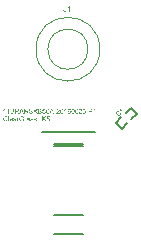
<source format=gto>
G04 Layer_Color=65535*
%FSLAX25Y25*%
%MOIN*%
G70*
G01*
G75*
%ADD18C,0.00020*%
%ADD19C,0.00197*%
%ADD20C,0.00500*%
%ADD21C,0.00600*%
G36*
X7856Y47067D02*
X7874Y47065D01*
X7897Y47062D01*
X7923Y47058D01*
X7948Y47053D01*
X8008Y47037D01*
X8068Y47014D01*
X8098Y47000D01*
X8128Y46984D01*
X8156Y46963D01*
X8181Y46940D01*
X8184Y46938D01*
X8188Y46935D01*
X8193Y46926D01*
X8202Y46917D01*
X8214Y46905D01*
X8225Y46889D01*
X8237Y46873D01*
X8251Y46852D01*
X8274Y46808D01*
X8297Y46753D01*
X8306Y46725D01*
X8311Y46693D01*
X8315Y46661D01*
X8318Y46626D01*
Y46621D01*
Y46610D01*
X8315Y46591D01*
X8313Y46566D01*
X8309Y46538D01*
X8299Y46506D01*
X8290Y46471D01*
X8276Y46436D01*
X8274Y46432D01*
X8269Y46420D01*
X8260Y46402D01*
X8246Y46376D01*
X8228Y46349D01*
X8205Y46314D01*
X8177Y46279D01*
X8145Y46240D01*
X8140Y46235D01*
X8128Y46222D01*
X8117Y46210D01*
X8105Y46198D01*
X8091Y46185D01*
X8073Y46166D01*
X8054Y46148D01*
X8031Y46127D01*
X8008Y46104D01*
X7981Y46078D01*
X7950Y46053D01*
X7918Y46023D01*
X7881Y45993D01*
X7844Y45961D01*
X7842Y45958D01*
X7837Y45954D01*
X7828Y45947D01*
X7817Y45937D01*
X7803Y45924D01*
X7786Y45910D01*
X7750Y45880D01*
X7710Y45845D01*
X7673Y45810D01*
X7641Y45780D01*
X7627Y45769D01*
X7615Y45757D01*
X7613Y45755D01*
X7606Y45748D01*
X7597Y45739D01*
X7586Y45725D01*
X7574Y45709D01*
X7560Y45693D01*
X7532Y45653D01*
X8320D01*
Y45464D01*
X7260D01*
Y45466D01*
Y45476D01*
Y45489D01*
X7262Y45508D01*
X7264Y45529D01*
X7269Y45552D01*
X7274Y45575D01*
X7283Y45600D01*
Y45603D01*
X7285Y45605D01*
X7290Y45619D01*
X7299Y45640D01*
X7313Y45667D01*
X7331Y45700D01*
X7355Y45737D01*
X7380Y45774D01*
X7412Y45813D01*
Y45815D01*
X7417Y45817D01*
X7428Y45831D01*
X7449Y45852D01*
X7479Y45882D01*
X7514Y45917D01*
X7558Y45958D01*
X7611Y46005D01*
X7669Y46053D01*
X7671Y46055D01*
X7680Y46062D01*
X7694Y46074D01*
X7710Y46088D01*
X7731Y46106D01*
X7756Y46127D01*
X7782Y46150D01*
X7812Y46175D01*
X7870Y46231D01*
X7927Y46286D01*
X7955Y46314D01*
X7981Y46342D01*
X8004Y46367D01*
X8022Y46393D01*
Y46395D01*
X8027Y46397D01*
X8031Y46404D01*
X8036Y46413D01*
X8052Y46439D01*
X8071Y46469D01*
X8087Y46506D01*
X8103Y46545D01*
X8112Y46589D01*
X8117Y46630D01*
Y46633D01*
Y46635D01*
X8115Y46649D01*
X8112Y46672D01*
X8105Y46698D01*
X8096Y46730D01*
X8080Y46762D01*
X8059Y46795D01*
X8031Y46827D01*
X8027Y46831D01*
X8015Y46841D01*
X7999Y46852D01*
X7974Y46868D01*
X7941Y46882D01*
X7904Y46896D01*
X7860Y46905D01*
X7812Y46908D01*
X7798D01*
X7789Y46905D01*
X7761Y46903D01*
X7729Y46896D01*
X7694Y46887D01*
X7655Y46871D01*
X7618Y46850D01*
X7583Y46822D01*
X7579Y46818D01*
X7569Y46806D01*
X7555Y46788D01*
X7542Y46760D01*
X7525Y46727D01*
X7512Y46686D01*
X7502Y46640D01*
X7498Y46587D01*
X7297Y46607D01*
Y46610D01*
X7299Y46617D01*
Y46628D01*
X7301Y46644D01*
X7306Y46663D01*
X7311Y46684D01*
X7317Y46709D01*
X7324Y46734D01*
X7343Y46790D01*
X7371Y46845D01*
X7387Y46873D01*
X7408Y46901D01*
X7428Y46926D01*
X7451Y46949D01*
X7454Y46952D01*
X7458Y46954D01*
X7465Y46961D01*
X7477Y46968D01*
X7491Y46977D01*
X7507Y46986D01*
X7525Y46998D01*
X7548Y47009D01*
X7574Y47021D01*
X7602Y47032D01*
X7632Y47042D01*
X7664Y47051D01*
X7699Y47058D01*
X7736Y47065D01*
X7775Y47067D01*
X7817Y47069D01*
X7840D01*
X7856Y47067D01*
D02*
G37*
G36*
X11288Y47060D02*
X11328Y47058D01*
X11369Y47056D01*
X11408Y47051D01*
X11443Y47046D01*
X11448D01*
X11464Y47042D01*
X11485Y47037D01*
X11513Y47030D01*
X11542Y47019D01*
X11575Y47005D01*
X11609Y46988D01*
X11639Y46970D01*
X11644Y46968D01*
X11653Y46961D01*
X11667Y46947D01*
X11686Y46931D01*
X11706Y46910D01*
X11727Y46882D01*
X11750Y46852D01*
X11769Y46818D01*
X11771Y46813D01*
X11776Y46801D01*
X11785Y46781D01*
X11794Y46753D01*
X11801Y46721D01*
X11811Y46684D01*
X11815Y46642D01*
X11817Y46598D01*
Y46596D01*
Y46589D01*
Y46580D01*
X11815Y46564D01*
X11813Y46547D01*
X11811Y46527D01*
X11806Y46503D01*
X11801Y46478D01*
X11785Y46425D01*
X11776Y46397D01*
X11762Y46367D01*
X11746Y46337D01*
X11730Y46309D01*
X11709Y46282D01*
X11686Y46254D01*
X11683Y46252D01*
X11679Y46247D01*
X11672Y46240D01*
X11660Y46233D01*
X11647Y46222D01*
X11628Y46210D01*
X11605Y46196D01*
X11580Y46185D01*
X11549Y46171D01*
X11515Y46157D01*
X11478Y46145D01*
X11434Y46136D01*
X11388Y46127D01*
X11337Y46120D01*
X11279Y46115D01*
X11219Y46113D01*
X10810D01*
Y45464D01*
X10598D01*
Y47062D01*
X11254D01*
X11288Y47060D01*
D02*
G37*
G36*
X3056Y45464D02*
X2859D01*
Y46714D01*
X2857Y46711D01*
X2845Y46702D01*
X2832Y46688D01*
X2808Y46672D01*
X2783Y46651D01*
X2751Y46628D01*
X2714Y46603D01*
X2672Y46577D01*
X2670D01*
X2668Y46575D01*
X2654Y46566D01*
X2630Y46554D01*
X2603Y46540D01*
X2571Y46524D01*
X2536Y46508D01*
X2501Y46492D01*
X2466Y46478D01*
Y46667D01*
X2469D01*
X2473Y46672D01*
X2483Y46674D01*
X2494Y46681D01*
X2508Y46688D01*
X2524Y46698D01*
X2564Y46721D01*
X2610Y46746D01*
X2656Y46778D01*
X2705Y46815D01*
X2753Y46854D01*
X2755Y46857D01*
X2758Y46859D01*
X2764Y46866D01*
X2774Y46873D01*
X2795Y46896D01*
X2822Y46924D01*
X2850Y46956D01*
X2880Y46993D01*
X2905Y47030D01*
X2929Y47069D01*
X3056D01*
Y45464D01*
D02*
G37*
G36*
X-1003D02*
X-1243D01*
X-1430Y45949D01*
X-2100D01*
X-2274Y45464D01*
X-2498D01*
X-1888Y47062D01*
X-1657D01*
X-1003Y45464D01*
D02*
G37*
G36*
X399Y47067D02*
X418Y47065D01*
X441Y47062D01*
X466Y47058D01*
X491Y47053D01*
X551Y47037D01*
X612Y47014D01*
X642Y47000D01*
X672Y46984D01*
X699Y46963D01*
X725Y46940D01*
X727Y46938D01*
X732Y46935D01*
X736Y46926D01*
X746Y46917D01*
X757Y46905D01*
X769Y46889D01*
X780Y46873D01*
X794Y46852D01*
X817Y46808D01*
X840Y46753D01*
X850Y46725D01*
X854Y46693D01*
X859Y46661D01*
X861Y46626D01*
Y46621D01*
Y46610D01*
X859Y46591D01*
X857Y46566D01*
X852Y46538D01*
X843Y46506D01*
X833Y46471D01*
X819Y46436D01*
X817Y46432D01*
X813Y46420D01*
X803Y46402D01*
X790Y46376D01*
X771Y46349D01*
X748Y46314D01*
X720Y46279D01*
X688Y46240D01*
X683Y46235D01*
X672Y46222D01*
X660Y46210D01*
X649Y46198D01*
X635Y46185D01*
X616Y46166D01*
X598Y46148D01*
X575Y46127D01*
X551Y46104D01*
X524Y46078D01*
X494Y46053D01*
X461Y46023D01*
X424Y45993D01*
X387Y45961D01*
X385Y45958D01*
X381Y45954D01*
X371Y45947D01*
X360Y45937D01*
X346Y45924D01*
X330Y45910D01*
X293Y45880D01*
X253Y45845D01*
X217Y45810D01*
X184Y45780D01*
X170Y45769D01*
X159Y45757D01*
X157Y45755D01*
X150Y45748D01*
X140Y45739D01*
X129Y45725D01*
X117Y45709D01*
X103Y45693D01*
X76Y45653D01*
X863D01*
Y45464D01*
X-197D01*
Y45466D01*
Y45476D01*
Y45489D01*
X-195Y45508D01*
X-192Y45529D01*
X-188Y45552D01*
X-183Y45575D01*
X-174Y45600D01*
Y45603D01*
X-172Y45605D01*
X-167Y45619D01*
X-158Y45640D01*
X-144Y45667D01*
X-125Y45700D01*
X-102Y45737D01*
X-77Y45774D01*
X-44Y45813D01*
Y45815D01*
X-40Y45817D01*
X-28Y45831D01*
X-8Y45852D01*
X23Y45882D01*
X57Y45917D01*
X101Y45958D01*
X154Y46005D01*
X212Y46053D01*
X214Y46055D01*
X224Y46062D01*
X237Y46074D01*
X253Y46088D01*
X274Y46106D01*
X300Y46127D01*
X325Y46150D01*
X355Y46175D01*
X413Y46231D01*
X471Y46286D01*
X498Y46314D01*
X524Y46342D01*
X547Y46367D01*
X565Y46393D01*
Y46395D01*
X570Y46397D01*
X575Y46404D01*
X579Y46413D01*
X595Y46439D01*
X614Y46469D01*
X630Y46506D01*
X646Y46545D01*
X655Y46589D01*
X660Y46630D01*
Y46633D01*
Y46635D01*
X658Y46649D01*
X655Y46672D01*
X649Y46698D01*
X639Y46730D01*
X623Y46762D01*
X602Y46795D01*
X575Y46827D01*
X570Y46831D01*
X558Y46841D01*
X542Y46852D01*
X517Y46868D01*
X485Y46882D01*
X448Y46896D01*
X404Y46905D01*
X355Y46908D01*
X341D01*
X332Y46905D01*
X304Y46903D01*
X272Y46896D01*
X237Y46887D01*
X198Y46871D01*
X161Y46850D01*
X126Y46822D01*
X122Y46818D01*
X113Y46806D01*
X99Y46788D01*
X85Y46760D01*
X69Y46727D01*
X55Y46686D01*
X46Y46640D01*
X41Y46587D01*
X-160Y46607D01*
Y46610D01*
X-158Y46617D01*
Y46628D01*
X-155Y46644D01*
X-151Y46663D01*
X-146Y46684D01*
X-139Y46709D01*
X-132Y46734D01*
X-114Y46790D01*
X-86Y46845D01*
X-70Y46873D01*
X-49Y46901D01*
X-28Y46926D01*
X-5Y46949D01*
X-3Y46952D01*
X2Y46954D01*
X9Y46961D01*
X20Y46968D01*
X34Y46977D01*
X50Y46986D01*
X69Y46998D01*
X92Y47009D01*
X117Y47021D01*
X145Y47032D01*
X175Y47042D01*
X207Y47051D01*
X242Y47058D01*
X279Y47065D01*
X318Y47067D01*
X360Y47069D01*
X383D01*
X399Y47067D01*
D02*
G37*
G36*
X12746Y45464D02*
X12550D01*
Y46714D01*
X12547Y46711D01*
X12536Y46702D01*
X12522Y46688D01*
X12499Y46672D01*
X12473Y46651D01*
X12441Y46628D01*
X12404Y46603D01*
X12363Y46577D01*
X12360D01*
X12358Y46575D01*
X12344Y46566D01*
X12321Y46554D01*
X12293Y46540D01*
X12261Y46524D01*
X12226Y46508D01*
X12192Y46492D01*
X12157Y46478D01*
Y46667D01*
X12159D01*
X12164Y46672D01*
X12173Y46674D01*
X12185Y46681D01*
X12199Y46688D01*
X12215Y46698D01*
X12254Y46721D01*
X12300Y46746D01*
X12346Y46778D01*
X12395Y46815D01*
X12443Y46854D01*
X12446Y46857D01*
X12448Y46859D01*
X12455Y46866D01*
X12464Y46873D01*
X12485Y46896D01*
X12513Y46924D01*
X12540Y46956D01*
X12571Y46993D01*
X12596Y47030D01*
X12619Y47069D01*
X12746D01*
Y45464D01*
D02*
G37*
G36*
X10357Y45944D02*
X9750D01*
Y46141D01*
X10357D01*
Y45944D01*
D02*
G37*
G36*
X-7175Y46413D02*
X-6476Y45464D01*
X-6755D01*
X-7323Y46270D01*
X-7584Y46018D01*
Y45464D01*
X-7797D01*
Y47062D01*
X-7584D01*
Y46268D01*
X-6794Y47062D01*
X-6505D01*
X-7175Y46413D01*
D02*
G37*
G36*
X-329Y45944D02*
X-936D01*
Y46141D01*
X-329D01*
Y45944D01*
D02*
G37*
G36*
X-3904Y46854D02*
X-4544D01*
X-4630Y46423D01*
X-4628Y46425D01*
X-4623Y46427D01*
X-4616Y46432D01*
X-4604Y46439D01*
X-4591Y46446D01*
X-4574Y46455D01*
X-4537Y46473D01*
X-4491Y46492D01*
X-4440Y46508D01*
X-4385Y46520D01*
X-4357Y46524D01*
X-4306D01*
X-4293Y46522D01*
X-4274Y46520D01*
X-4253Y46517D01*
X-4230Y46513D01*
X-4205Y46506D01*
X-4149Y46490D01*
X-4119Y46478D01*
X-4089Y46462D01*
X-4059Y46446D01*
X-4029Y46427D01*
X-4002Y46404D01*
X-3974Y46379D01*
X-3971Y46376D01*
X-3967Y46372D01*
X-3960Y46365D01*
X-3951Y46353D01*
X-3939Y46337D01*
X-3928Y46321D01*
X-3914Y46300D01*
X-3900Y46277D01*
X-3888Y46252D01*
X-3874Y46224D01*
X-3863Y46192D01*
X-3851Y46159D01*
X-3842Y46125D01*
X-3835Y46085D01*
X-3830Y46046D01*
X-3828Y46005D01*
Y46002D01*
Y45995D01*
Y45984D01*
X-3830Y45968D01*
X-3833Y45949D01*
X-3835Y45928D01*
X-3840Y45903D01*
X-3844Y45877D01*
X-3858Y45817D01*
X-3881Y45755D01*
X-3895Y45723D01*
X-3914Y45693D01*
X-3932Y45660D01*
X-3955Y45630D01*
X-3958Y45628D01*
X-3962Y45621D01*
X-3971Y45612D01*
X-3983Y45600D01*
X-3999Y45586D01*
X-4018Y45568D01*
X-4041Y45552D01*
X-4066Y45533D01*
X-4094Y45515D01*
X-4126Y45499D01*
X-4161Y45482D01*
X-4198Y45466D01*
X-4237Y45455D01*
X-4281Y45445D01*
X-4327Y45439D01*
X-4376Y45436D01*
X-4397D01*
X-4413Y45439D01*
X-4431Y45441D01*
X-4452Y45443D01*
X-4477Y45445D01*
X-4503Y45452D01*
X-4561Y45466D01*
X-4618Y45487D01*
X-4648Y45501D01*
X-4678Y45517D01*
X-4706Y45535D01*
X-4734Y45556D01*
X-4736Y45559D01*
X-4741Y45561D01*
X-4745Y45570D01*
X-4755Y45579D01*
X-4766Y45591D01*
X-4778Y45605D01*
X-4792Y45623D01*
X-4803Y45644D01*
X-4817Y45665D01*
X-4831Y45690D01*
X-4856Y45746D01*
X-4877Y45810D01*
X-4884Y45845D01*
X-4888Y45882D01*
X-4683Y45898D01*
Y45896D01*
Y45891D01*
X-4681Y45884D01*
X-4678Y45873D01*
X-4671Y45847D01*
X-4662Y45813D01*
X-4648Y45778D01*
X-4630Y45739D01*
X-4607Y45704D01*
X-4579Y45672D01*
X-4574Y45669D01*
X-4565Y45660D01*
X-4547Y45649D01*
X-4521Y45635D01*
X-4493Y45621D01*
X-4459Y45609D01*
X-4420Y45600D01*
X-4376Y45598D01*
X-4362D01*
X-4353Y45600D01*
X-4325Y45603D01*
X-4293Y45612D01*
X-4253Y45623D01*
X-4214Y45642D01*
X-4172Y45669D01*
X-4154Y45686D01*
X-4135Y45704D01*
X-4133Y45706D01*
X-4131Y45709D01*
X-4126Y45716D01*
X-4119Y45723D01*
X-4103Y45748D01*
X-4085Y45780D01*
X-4069Y45820D01*
X-4052Y45868D01*
X-4041Y45926D01*
X-4036Y45956D01*
Y45988D01*
Y45991D01*
Y45995D01*
Y46005D01*
X-4038Y46016D01*
Y46030D01*
X-4041Y46046D01*
X-4048Y46083D01*
X-4059Y46127D01*
X-4075Y46171D01*
X-4098Y46212D01*
X-4131Y46252D01*
Y46254D01*
X-4135Y46256D01*
X-4147Y46268D01*
X-4168Y46284D01*
X-4196Y46302D01*
X-4233Y46319D01*
X-4274Y46335D01*
X-4323Y46346D01*
X-4350Y46351D01*
X-4394D01*
X-4413Y46349D01*
X-4436Y46346D01*
X-4464Y46339D01*
X-4491Y46332D01*
X-4521Y46321D01*
X-4551Y46307D01*
X-4554Y46305D01*
X-4563Y46300D01*
X-4577Y46289D01*
X-4595Y46277D01*
X-4614Y46261D01*
X-4632Y46240D01*
X-4653Y46219D01*
X-4669Y46194D01*
X-4854Y46219D01*
X-4699Y47042D01*
X-3904D01*
Y46854D01*
D02*
G37*
G36*
X-9633Y45464D02*
X-9853D01*
X-10689Y46718D01*
Y45464D01*
X-10892D01*
Y47062D01*
X-10675D01*
X-9837Y45806D01*
Y47062D01*
X-9633D01*
Y45464D01*
D02*
G37*
G36*
X1642Y47067D02*
X1672Y47062D01*
X1706Y47056D01*
X1743Y47046D01*
X1783Y47035D01*
X1820Y47016D01*
X1822D01*
X1824Y47014D01*
X1836Y47007D01*
X1854Y46995D01*
X1877Y46979D01*
X1903Y46956D01*
X1931Y46931D01*
X1956Y46901D01*
X1981Y46866D01*
X1984Y46861D01*
X1993Y46850D01*
X2002Y46829D01*
X2018Y46799D01*
X2032Y46764D01*
X2051Y46725D01*
X2067Y46679D01*
X2081Y46628D01*
Y46626D01*
X2083Y46621D01*
X2085Y46614D01*
X2088Y46603D01*
X2090Y46589D01*
X2092Y46573D01*
X2097Y46552D01*
X2099Y46529D01*
X2104Y46503D01*
X2106Y46476D01*
X2108Y46443D01*
X2113Y46411D01*
X2115Y46374D01*
Y46337D01*
X2118Y46295D01*
Y46252D01*
Y46249D01*
Y46240D01*
Y46224D01*
Y46205D01*
X2115Y46180D01*
Y46152D01*
X2113Y46122D01*
X2111Y46090D01*
X2104Y46016D01*
X2092Y45940D01*
X2079Y45866D01*
X2069Y45831D01*
X2058Y45797D01*
Y45794D01*
X2055Y45790D01*
X2051Y45780D01*
X2046Y45769D01*
X2042Y45753D01*
X2032Y45737D01*
X2014Y45697D01*
X1991Y45656D01*
X1961Y45609D01*
X1926Y45568D01*
X1884Y45529D01*
X1882D01*
X1880Y45524D01*
X1873Y45519D01*
X1864Y45515D01*
X1852Y45508D01*
X1840Y45499D01*
X1806Y45482D01*
X1764Y45466D01*
X1716Y45450D01*
X1658Y45441D01*
X1596Y45436D01*
X1573D01*
X1556Y45439D01*
X1538Y45441D01*
X1515Y45445D01*
X1489Y45450D01*
X1462Y45457D01*
X1434Y45466D01*
X1404Y45476D01*
X1374Y45489D01*
X1344Y45505D01*
X1314Y45524D01*
X1284Y45547D01*
X1256Y45573D01*
X1231Y45600D01*
X1228Y45603D01*
X1224Y45609D01*
X1217Y45621D01*
X1205Y45640D01*
X1194Y45660D01*
X1182Y45688D01*
X1166Y45720D01*
X1152Y45757D01*
X1138Y45799D01*
X1124Y45847D01*
X1111Y45900D01*
X1099Y45961D01*
X1087Y46025D01*
X1080Y46095D01*
X1076Y46171D01*
X1074Y46252D01*
Y46254D01*
Y46263D01*
Y46279D01*
Y46298D01*
X1076Y46323D01*
Y46351D01*
X1078Y46381D01*
X1080Y46416D01*
X1087Y46487D01*
X1099Y46564D01*
X1113Y46640D01*
X1122Y46674D01*
X1131Y46709D01*
Y46711D01*
X1134Y46716D01*
X1138Y46725D01*
X1143Y46737D01*
X1147Y46753D01*
X1157Y46769D01*
X1175Y46808D01*
X1198Y46850D01*
X1228Y46894D01*
X1263Y46938D01*
X1305Y46975D01*
X1307D01*
X1309Y46979D01*
X1316Y46984D01*
X1325Y46988D01*
X1337Y46998D01*
X1351Y47005D01*
X1385Y47023D01*
X1427Y47039D01*
X1476Y47056D01*
X1533Y47065D01*
X1596Y47069D01*
X1616D01*
X1642Y47067D01*
D02*
G37*
G36*
X5370D02*
X5400Y47062D01*
X5435Y47056D01*
X5472Y47046D01*
X5511Y47035D01*
X5548Y47016D01*
X5550D01*
X5553Y47014D01*
X5564Y47007D01*
X5583Y46995D01*
X5606Y46979D01*
X5631Y46956D01*
X5659Y46931D01*
X5684Y46901D01*
X5710Y46866D01*
X5712Y46861D01*
X5721Y46850D01*
X5731Y46829D01*
X5747Y46799D01*
X5761Y46764D01*
X5779Y46725D01*
X5795Y46679D01*
X5809Y46628D01*
Y46626D01*
X5811Y46621D01*
X5814Y46614D01*
X5816Y46603D01*
X5818Y46589D01*
X5821Y46573D01*
X5825Y46552D01*
X5828Y46529D01*
X5832Y46503D01*
X5835Y46476D01*
X5837Y46443D01*
X5841Y46411D01*
X5844Y46374D01*
Y46337D01*
X5846Y46295D01*
Y46252D01*
Y46249D01*
Y46240D01*
Y46224D01*
Y46205D01*
X5844Y46180D01*
Y46152D01*
X5841Y46122D01*
X5839Y46090D01*
X5832Y46016D01*
X5821Y45940D01*
X5807Y45866D01*
X5798Y45831D01*
X5786Y45797D01*
Y45794D01*
X5784Y45790D01*
X5779Y45780D01*
X5774Y45769D01*
X5770Y45753D01*
X5761Y45737D01*
X5742Y45697D01*
X5719Y45656D01*
X5689Y45609D01*
X5654Y45568D01*
X5613Y45529D01*
X5610D01*
X5608Y45524D01*
X5601Y45519D01*
X5592Y45515D01*
X5580Y45508D01*
X5569Y45499D01*
X5534Y45482D01*
X5493Y45466D01*
X5444Y45450D01*
X5386Y45441D01*
X5324Y45436D01*
X5301D01*
X5285Y45439D01*
X5266Y45441D01*
X5243Y45445D01*
X5218Y45450D01*
X5190Y45457D01*
X5162Y45466D01*
X5132Y45476D01*
X5102Y45489D01*
X5072Y45505D01*
X5042Y45524D01*
X5012Y45547D01*
X4984Y45573D01*
X4959Y45600D01*
X4957Y45603D01*
X4952Y45609D01*
X4945Y45621D01*
X4934Y45640D01*
X4922Y45660D01*
X4910Y45688D01*
X4894Y45720D01*
X4880Y45757D01*
X4867Y45799D01*
X4853Y45847D01*
X4839Y45900D01*
X4827Y45961D01*
X4816Y46025D01*
X4809Y46095D01*
X4804Y46171D01*
X4802Y46252D01*
Y46254D01*
Y46263D01*
Y46279D01*
Y46298D01*
X4804Y46323D01*
Y46351D01*
X4807Y46381D01*
X4809Y46416D01*
X4816Y46487D01*
X4827Y46564D01*
X4841Y46640D01*
X4851Y46674D01*
X4860Y46709D01*
Y46711D01*
X4862Y46716D01*
X4867Y46725D01*
X4871Y46737D01*
X4876Y46753D01*
X4885Y46769D01*
X4904Y46808D01*
X4927Y46850D01*
X4957Y46894D01*
X4991Y46938D01*
X5033Y46975D01*
X5035D01*
X5038Y46979D01*
X5045Y46984D01*
X5054Y46988D01*
X5065Y46998D01*
X5079Y47005D01*
X5114Y47023D01*
X5155Y47039D01*
X5204Y47056D01*
X5262Y47065D01*
X5324Y47069D01*
X5345D01*
X5370Y47067D01*
D02*
G37*
G36*
X-3077D02*
X-3047Y47062D01*
X-3013Y47056D01*
X-2976Y47046D01*
X-2937Y47035D01*
X-2900Y47016D01*
X-2897D01*
X-2895Y47014D01*
X-2883Y47007D01*
X-2865Y46995D01*
X-2842Y46979D01*
X-2816Y46956D01*
X-2789Y46931D01*
X-2763Y46901D01*
X-2738Y46866D01*
X-2736Y46861D01*
X-2726Y46850D01*
X-2717Y46829D01*
X-2701Y46799D01*
X-2687Y46764D01*
X-2669Y46725D01*
X-2652Y46679D01*
X-2639Y46628D01*
Y46626D01*
X-2636Y46621D01*
X-2634Y46614D01*
X-2632Y46603D01*
X-2629Y46589D01*
X-2627Y46573D01*
X-2622Y46552D01*
X-2620Y46529D01*
X-2616Y46503D01*
X-2613Y46476D01*
X-2611Y46443D01*
X-2606Y46411D01*
X-2604Y46374D01*
Y46337D01*
X-2602Y46295D01*
Y46252D01*
Y46249D01*
Y46240D01*
Y46224D01*
Y46205D01*
X-2604Y46180D01*
Y46152D01*
X-2606Y46122D01*
X-2609Y46090D01*
X-2616Y46016D01*
X-2627Y45940D01*
X-2641Y45866D01*
X-2650Y45831D01*
X-2662Y45797D01*
Y45794D01*
X-2664Y45790D01*
X-2669Y45780D01*
X-2673Y45769D01*
X-2678Y45753D01*
X-2687Y45737D01*
X-2706Y45697D01*
X-2729Y45656D01*
X-2759Y45609D01*
X-2793Y45568D01*
X-2835Y45529D01*
X-2837D01*
X-2840Y45524D01*
X-2847Y45519D01*
X-2856Y45515D01*
X-2867Y45508D01*
X-2879Y45499D01*
X-2913Y45482D01*
X-2955Y45466D01*
X-3004Y45450D01*
X-3061Y45441D01*
X-3124Y45436D01*
X-3147D01*
X-3163Y45439D01*
X-3181Y45441D01*
X-3204Y45445D01*
X-3230Y45450D01*
X-3258Y45457D01*
X-3285Y45466D01*
X-3315Y45476D01*
X-3345Y45489D01*
X-3376Y45505D01*
X-3405Y45524D01*
X-3435Y45547D01*
X-3463Y45573D01*
X-3489Y45600D01*
X-3491Y45603D01*
X-3496Y45609D01*
X-3503Y45621D01*
X-3514Y45640D01*
X-3526Y45660D01*
X-3537Y45688D01*
X-3553Y45720D01*
X-3567Y45757D01*
X-3581Y45799D01*
X-3595Y45847D01*
X-3609Y45900D01*
X-3620Y45961D01*
X-3632Y46025D01*
X-3639Y46095D01*
X-3643Y46171D01*
X-3646Y46252D01*
Y46254D01*
Y46263D01*
Y46279D01*
Y46298D01*
X-3643Y46323D01*
Y46351D01*
X-3641Y46381D01*
X-3639Y46416D01*
X-3632Y46487D01*
X-3620Y46564D01*
X-3607Y46640D01*
X-3597Y46674D01*
X-3588Y46709D01*
Y46711D01*
X-3586Y46716D01*
X-3581Y46725D01*
X-3576Y46737D01*
X-3572Y46753D01*
X-3563Y46769D01*
X-3544Y46808D01*
X-3521Y46850D01*
X-3491Y46894D01*
X-3456Y46938D01*
X-3415Y46975D01*
X-3412D01*
X-3410Y46979D01*
X-3403Y46984D01*
X-3394Y46988D01*
X-3382Y46998D01*
X-3368Y47005D01*
X-3334Y47023D01*
X-3292Y47039D01*
X-3244Y47056D01*
X-3186Y47065D01*
X-3124Y47069D01*
X-3103D01*
X-3077Y47067D01*
D02*
G37*
G36*
X-2496Y44355D02*
X-3136D01*
X-3221Y43923D01*
X-3219Y43925D01*
X-3214Y43927D01*
X-3207Y43932D01*
X-3196Y43939D01*
X-3182Y43946D01*
X-3166Y43955D01*
X-3129Y43973D01*
X-3083Y43992D01*
X-3032Y44008D01*
X-2977Y44020D01*
X-2949Y44024D01*
X-2898D01*
X-2884Y44022D01*
X-2866Y44020D01*
X-2845Y44017D01*
X-2822Y44013D01*
X-2796Y44006D01*
X-2741Y43990D01*
X-2711Y43978D01*
X-2681Y43962D01*
X-2651Y43946D01*
X-2621Y43927D01*
X-2593Y43904D01*
X-2565Y43879D01*
X-2563Y43876D01*
X-2558Y43872D01*
X-2551Y43865D01*
X-2542Y43853D01*
X-2531Y43837D01*
X-2519Y43821D01*
X-2505Y43800D01*
X-2491Y43777D01*
X-2480Y43752D01*
X-2466Y43724D01*
X-2454Y43692D01*
X-2443Y43659D01*
X-2434Y43625D01*
X-2427Y43585D01*
X-2422Y43546D01*
X-2420Y43505D01*
Y43502D01*
Y43495D01*
Y43484D01*
X-2422Y43468D01*
X-2424Y43449D01*
X-2427Y43428D01*
X-2431Y43403D01*
X-2436Y43377D01*
X-2450Y43317D01*
X-2473Y43255D01*
X-2487Y43223D01*
X-2505Y43193D01*
X-2524Y43160D01*
X-2547Y43130D01*
X-2549Y43128D01*
X-2554Y43121D01*
X-2563Y43112D01*
X-2575Y43100D01*
X-2591Y43086D01*
X-2609Y43068D01*
X-2632Y43052D01*
X-2658Y43033D01*
X-2685Y43015D01*
X-2718Y42999D01*
X-2752Y42982D01*
X-2789Y42966D01*
X-2829Y42955D01*
X-2873Y42945D01*
X-2919Y42939D01*
X-2967Y42936D01*
X-2988D01*
X-3004Y42939D01*
X-3023Y42941D01*
X-3043Y42943D01*
X-3069Y42945D01*
X-3094Y42952D01*
X-3152Y42966D01*
X-3210Y42987D01*
X-3240Y43001D01*
X-3270Y43017D01*
X-3298Y43036D01*
X-3325Y43056D01*
X-3328Y43059D01*
X-3332Y43061D01*
X-3337Y43070D01*
X-3346Y43079D01*
X-3358Y43091D01*
X-3369Y43105D01*
X-3383Y43123D01*
X-3395Y43144D01*
X-3409Y43165D01*
X-3422Y43190D01*
X-3448Y43246D01*
X-3469Y43310D01*
X-3475Y43345D01*
X-3480Y43382D01*
X-3274Y43398D01*
Y43396D01*
Y43391D01*
X-3272Y43384D01*
X-3270Y43373D01*
X-3263Y43347D01*
X-3254Y43313D01*
X-3240Y43278D01*
X-3221Y43239D01*
X-3198Y43204D01*
X-3171Y43172D01*
X-3166Y43170D01*
X-3157Y43160D01*
X-3138Y43149D01*
X-3113Y43135D01*
X-3085Y43121D01*
X-3050Y43109D01*
X-3011Y43100D01*
X-2967Y43098D01*
X-2953D01*
X-2944Y43100D01*
X-2916Y43102D01*
X-2884Y43112D01*
X-2845Y43123D01*
X-2806Y43142D01*
X-2764Y43170D01*
X-2746Y43186D01*
X-2727Y43204D01*
X-2725Y43207D01*
X-2722Y43209D01*
X-2718Y43216D01*
X-2711Y43223D01*
X-2695Y43248D01*
X-2676Y43280D01*
X-2660Y43320D01*
X-2644Y43368D01*
X-2632Y43426D01*
X-2628Y43456D01*
Y43488D01*
Y43491D01*
Y43495D01*
Y43505D01*
X-2630Y43516D01*
Y43530D01*
X-2632Y43546D01*
X-2639Y43583D01*
X-2651Y43627D01*
X-2667Y43671D01*
X-2690Y43712D01*
X-2722Y43752D01*
Y43754D01*
X-2727Y43756D01*
X-2739Y43768D01*
X-2759Y43784D01*
X-2787Y43802D01*
X-2824Y43819D01*
X-2866Y43835D01*
X-2914Y43846D01*
X-2942Y43851D01*
X-2986D01*
X-3004Y43849D01*
X-3027Y43846D01*
X-3055Y43839D01*
X-3083Y43832D01*
X-3113Y43821D01*
X-3143Y43807D01*
X-3145Y43805D01*
X-3154Y43800D01*
X-3168Y43789D01*
X-3187Y43777D01*
X-3205Y43761D01*
X-3224Y43740D01*
X-3244Y43719D01*
X-3261Y43694D01*
X-3445Y43719D01*
X-3291Y44542D01*
X-2496D01*
Y44355D01*
D02*
G37*
G36*
X-4277Y43913D02*
X-3577Y42964D01*
X-3857D01*
X-4425Y43770D01*
X-4686Y43518D01*
Y42964D01*
X-4898D01*
Y44562D01*
X-4686D01*
Y43768D01*
X-3896Y44562D01*
X-3607D01*
X-4277Y43913D01*
D02*
G37*
G36*
X-17309Y45464D02*
X-17506D01*
Y46714D01*
X-17508Y46711D01*
X-17520Y46702D01*
X-17533Y46688D01*
X-17557Y46672D01*
X-17582Y46651D01*
X-17614Y46628D01*
X-17651Y46603D01*
X-17693Y46577D01*
X-17695D01*
X-17697Y46575D01*
X-17711Y46566D01*
X-17734Y46554D01*
X-17762Y46540D01*
X-17795Y46524D01*
X-17829Y46508D01*
X-17864Y46492D01*
X-17898Y46478D01*
Y46667D01*
X-17896D01*
X-17891Y46672D01*
X-17882Y46674D01*
X-17871Y46681D01*
X-17857Y46688D01*
X-17841Y46698D01*
X-17801Y46721D01*
X-17755Y46746D01*
X-17709Y46778D01*
X-17661Y46815D01*
X-17612Y46854D01*
X-17610Y46857D01*
X-17607Y46859D01*
X-17600Y46866D01*
X-17591Y46873D01*
X-17570Y46896D01*
X-17543Y46924D01*
X-17515Y46956D01*
X-17485Y46993D01*
X-17459Y47030D01*
X-17436Y47069D01*
X-17309D01*
Y45464D01*
D02*
G37*
G36*
X-11061D02*
X-11301D01*
X-11488Y45949D01*
X-12158D01*
X-12331Y45464D01*
X-12555D01*
X-11946Y47062D01*
X-11715D01*
X-11061Y45464D01*
D02*
G37*
G36*
X-5662Y47060D02*
X-5644D01*
X-5602Y47056D01*
X-5556Y47051D01*
X-5508Y47042D01*
X-5459Y47030D01*
X-5415Y47014D01*
X-5413D01*
X-5411Y47012D01*
X-5397Y47005D01*
X-5376Y46993D01*
X-5353Y46977D01*
X-5325Y46956D01*
X-5295Y46931D01*
X-5267Y46898D01*
X-5242Y46864D01*
X-5240Y46859D01*
X-5233Y46845D01*
X-5221Y46827D01*
X-5210Y46799D01*
X-5198Y46767D01*
X-5187Y46732D01*
X-5180Y46693D01*
X-5177Y46654D01*
Y46649D01*
Y46637D01*
X-5180Y46617D01*
X-5184Y46591D01*
X-5191Y46561D01*
X-5203Y46529D01*
X-5217Y46496D01*
X-5235Y46462D01*
X-5237Y46457D01*
X-5244Y46448D01*
X-5258Y46429D01*
X-5277Y46411D01*
X-5300Y46388D01*
X-5327Y46363D01*
X-5362Y46339D01*
X-5401Y46316D01*
X-5399D01*
X-5394Y46314D01*
X-5387Y46312D01*
X-5378Y46307D01*
X-5350Y46298D01*
X-5318Y46282D01*
X-5283Y46261D01*
X-5244Y46235D01*
X-5210Y46205D01*
X-5177Y46169D01*
X-5175Y46164D01*
X-5166Y46150D01*
X-5152Y46129D01*
X-5138Y46101D01*
X-5124Y46064D01*
X-5110Y46025D01*
X-5101Y45979D01*
X-5099Y45928D01*
Y45926D01*
Y45924D01*
Y45910D01*
X-5101Y45887D01*
X-5106Y45859D01*
X-5110Y45827D01*
X-5119Y45792D01*
X-5131Y45755D01*
X-5147Y45718D01*
X-5150Y45713D01*
X-5156Y45702D01*
X-5166Y45686D01*
X-5180Y45663D01*
X-5198Y45640D01*
X-5217Y45614D01*
X-5240Y45589D01*
X-5265Y45568D01*
X-5267Y45566D01*
X-5277Y45559D01*
X-5293Y45549D01*
X-5314Y45540D01*
X-5339Y45526D01*
X-5369Y45512D01*
X-5401Y45501D01*
X-5441Y45489D01*
X-5445D01*
X-5459Y45485D01*
X-5482Y45482D01*
X-5512Y45478D01*
X-5549Y45473D01*
X-5593Y45469D01*
X-5642Y45466D01*
X-5697Y45464D01*
X-6307D01*
Y47062D01*
X-5678D01*
X-5662Y47060D01*
D02*
G37*
G36*
X-13230D02*
X-13209D01*
X-13161Y47058D01*
X-13110Y47051D01*
X-13054Y47044D01*
X-13003Y47032D01*
X-12978Y47025D01*
X-12957Y47019D01*
X-12955D01*
X-12953Y47016D01*
X-12939Y47009D01*
X-12918Y47000D01*
X-12893Y46984D01*
X-12865Y46963D01*
X-12835Y46935D01*
X-12807Y46903D01*
X-12779Y46866D01*
Y46864D01*
X-12777Y46861D01*
X-12768Y46848D01*
X-12759Y46824D01*
X-12745Y46795D01*
X-12733Y46760D01*
X-12722Y46718D01*
X-12715Y46674D01*
X-12712Y46626D01*
Y46624D01*
Y46619D01*
Y46610D01*
X-12715Y46598D01*
Y46582D01*
X-12717Y46566D01*
X-12726Y46527D01*
X-12740Y46480D01*
X-12759Y46432D01*
X-12786Y46383D01*
X-12805Y46360D01*
X-12823Y46337D01*
X-12826Y46335D01*
X-12828Y46332D01*
X-12835Y46325D01*
X-12844Y46319D01*
X-12856Y46309D01*
X-12870Y46300D01*
X-12888Y46289D01*
X-12907Y46275D01*
X-12930Y46263D01*
X-12955Y46252D01*
X-12983Y46238D01*
X-13013Y46226D01*
X-13047Y46217D01*
X-13082Y46205D01*
X-13121Y46198D01*
X-13163Y46192D01*
X-13158Y46189D01*
X-13149Y46185D01*
X-13135Y46175D01*
X-13117Y46166D01*
X-13075Y46141D01*
X-13054Y46125D01*
X-13036Y46111D01*
X-13031Y46106D01*
X-13020Y46095D01*
X-13001Y46076D01*
X-12978Y46053D01*
X-12953Y46021D01*
X-12923Y45986D01*
X-12893Y45944D01*
X-12860Y45898D01*
X-12585Y45464D01*
X-12849D01*
X-13059Y45797D01*
Y45799D01*
X-13064Y45803D01*
X-13068Y45810D01*
X-13075Y45820D01*
X-13091Y45845D01*
X-13112Y45877D01*
X-13137Y45912D01*
X-13163Y45949D01*
X-13188Y45984D01*
X-13211Y46016D01*
X-13214Y46018D01*
X-13221Y46028D01*
X-13232Y46041D01*
X-13248Y46058D01*
X-13283Y46092D01*
X-13302Y46108D01*
X-13320Y46122D01*
X-13322Y46125D01*
X-13327Y46127D01*
X-13336Y46132D01*
X-13350Y46138D01*
X-13364Y46145D01*
X-13380Y46152D01*
X-13417Y46164D01*
X-13419D01*
X-13424Y46166D01*
X-13433D01*
X-13445Y46169D01*
X-13461Y46171D01*
X-13479D01*
X-13505Y46173D01*
X-13777D01*
Y45464D01*
X-13990D01*
Y47062D01*
X-13248D01*
X-13230Y47060D01*
D02*
G37*
G36*
X-16067Y45464D02*
X-16263D01*
Y46714D01*
X-16265Y46711D01*
X-16277Y46702D01*
X-16291Y46688D01*
X-16314Y46672D01*
X-16339Y46651D01*
X-16372Y46628D01*
X-16409Y46603D01*
X-16450Y46577D01*
X-16452D01*
X-16455Y46575D01*
X-16468Y46566D01*
X-16492Y46554D01*
X-16519Y46540D01*
X-16552Y46524D01*
X-16586Y46508D01*
X-16621Y46492D01*
X-16656Y46478D01*
Y46667D01*
X-16653D01*
X-16649Y46672D01*
X-16639Y46674D01*
X-16628Y46681D01*
X-16614Y46688D01*
X-16598Y46698D01*
X-16559Y46721D01*
X-16512Y46746D01*
X-16466Y46778D01*
X-16418Y46815D01*
X-16369Y46854D01*
X-16367Y46857D01*
X-16365Y46859D01*
X-16358Y46866D01*
X-16348Y46873D01*
X-16328Y46896D01*
X-16300Y46924D01*
X-16272Y46956D01*
X-16242Y46993D01*
X-16217Y47030D01*
X-16194Y47069D01*
X-16067D01*
Y45464D01*
D02*
G37*
G36*
X-14847Y47060D02*
X-14828D01*
X-14787Y47056D01*
X-14741Y47051D01*
X-14692Y47042D01*
X-14644Y47030D01*
X-14600Y47014D01*
X-14597D01*
X-14595Y47012D01*
X-14581Y47005D01*
X-14560Y46993D01*
X-14537Y46977D01*
X-14510Y46956D01*
X-14480Y46931D01*
X-14452Y46898D01*
X-14426Y46864D01*
X-14424Y46859D01*
X-14417Y46845D01*
X-14406Y46827D01*
X-14394Y46799D01*
X-14383Y46767D01*
X-14371Y46732D01*
X-14364Y46693D01*
X-14362Y46654D01*
Y46649D01*
Y46637D01*
X-14364Y46617D01*
X-14369Y46591D01*
X-14376Y46561D01*
X-14387Y46529D01*
X-14401Y46496D01*
X-14420Y46462D01*
X-14422Y46457D01*
X-14429Y46448D01*
X-14443Y46429D01*
X-14461Y46411D01*
X-14484Y46388D01*
X-14512Y46363D01*
X-14547Y46339D01*
X-14586Y46316D01*
X-14584D01*
X-14579Y46314D01*
X-14572Y46312D01*
X-14563Y46307D01*
X-14535Y46298D01*
X-14503Y46282D01*
X-14468Y46261D01*
X-14429Y46235D01*
X-14394Y46205D01*
X-14362Y46169D01*
X-14359Y46164D01*
X-14350Y46150D01*
X-14336Y46129D01*
X-14323Y46101D01*
X-14309Y46064D01*
X-14295Y46025D01*
X-14286Y45979D01*
X-14283Y45928D01*
Y45926D01*
Y45924D01*
Y45910D01*
X-14286Y45887D01*
X-14290Y45859D01*
X-14295Y45827D01*
X-14304Y45792D01*
X-14316Y45755D01*
X-14332Y45718D01*
X-14334Y45713D01*
X-14341Y45702D01*
X-14350Y45686D01*
X-14364Y45663D01*
X-14383Y45640D01*
X-14401Y45614D01*
X-14424Y45589D01*
X-14450Y45568D01*
X-14452Y45566D01*
X-14461Y45559D01*
X-14477Y45549D01*
X-14498Y45540D01*
X-14524Y45526D01*
X-14554Y45512D01*
X-14586Y45501D01*
X-14625Y45489D01*
X-14630D01*
X-14644Y45485D01*
X-14667Y45482D01*
X-14697Y45478D01*
X-14734Y45473D01*
X-14778Y45469D01*
X-14826Y45466D01*
X-14882Y45464D01*
X-15491D01*
Y47062D01*
X-14863D01*
X-14847Y47060D01*
D02*
G37*
G36*
X-9502Y44147D02*
X-9467Y44144D01*
X-9428Y44140D01*
X-9388Y44133D01*
X-9349Y44124D01*
X-9312Y44112D01*
X-9307Y44110D01*
X-9296Y44105D01*
X-9280Y44098D01*
X-9259Y44089D01*
X-9236Y44075D01*
X-9213Y44061D01*
X-9192Y44043D01*
X-9174Y44024D01*
X-9171Y44022D01*
X-9167Y44015D01*
X-9160Y44003D01*
X-9150Y43990D01*
X-9139Y43969D01*
X-9130Y43948D01*
X-9120Y43923D01*
X-9114Y43892D01*
Y43890D01*
X-9111Y43883D01*
X-9109Y43869D01*
X-9107Y43851D01*
Y43826D01*
X-9104Y43795D01*
X-9102Y43756D01*
Y43712D01*
Y43449D01*
Y43447D01*
Y43437D01*
Y43424D01*
Y43405D01*
Y43384D01*
Y43359D01*
X-9100Y43303D01*
Y43246D01*
X-9097Y43188D01*
X-9095Y43163D01*
Y43139D01*
X-9093Y43119D01*
X-9090Y43102D01*
Y43100D01*
X-9088Y43091D01*
X-9086Y43077D01*
X-9079Y43059D01*
X-9074Y43038D01*
X-9065Y43015D01*
X-9053Y42989D01*
X-9042Y42964D01*
X-9247D01*
X-9250Y42966D01*
X-9252Y42976D01*
X-9257Y42987D01*
X-9264Y43005D01*
X-9271Y43026D01*
X-9275Y43052D01*
X-9280Y43079D01*
X-9284Y43109D01*
X-9287D01*
X-9289Y43105D01*
X-9303Y43093D01*
X-9324Y43077D01*
X-9351Y43056D01*
X-9386Y43036D01*
X-9421Y43012D01*
X-9458Y42992D01*
X-9497Y42976D01*
X-9502Y42973D01*
X-9515Y42971D01*
X-9536Y42964D01*
X-9562Y42957D01*
X-9594Y42950D01*
X-9631Y42945D01*
X-9673Y42941D01*
X-9714Y42939D01*
X-9733D01*
X-9746Y42941D01*
X-9763D01*
X-9781Y42943D01*
X-9823Y42950D01*
X-9869Y42962D01*
X-9920Y42978D01*
X-9966Y43001D01*
X-10007Y43031D01*
X-10012Y43036D01*
X-10024Y43047D01*
X-10040Y43068D01*
X-10058Y43096D01*
X-10077Y43130D01*
X-10093Y43170D01*
X-10104Y43218D01*
X-10107Y43241D01*
X-10109Y43269D01*
Y43273D01*
Y43283D01*
X-10107Y43299D01*
X-10104Y43320D01*
X-10100Y43345D01*
X-10093Y43371D01*
X-10084Y43398D01*
X-10072Y43424D01*
X-10070Y43426D01*
X-10065Y43435D01*
X-10056Y43449D01*
X-10044Y43465D01*
X-10031Y43484D01*
X-10012Y43502D01*
X-9994Y43521D01*
X-9971Y43537D01*
X-9968Y43539D01*
X-9959Y43544D01*
X-9947Y43553D01*
X-9929Y43562D01*
X-9908Y43571D01*
X-9883Y43583D01*
X-9857Y43592D01*
X-9827Y43602D01*
X-9825D01*
X-9816Y43604D01*
X-9802Y43608D01*
X-9783Y43611D01*
X-9760Y43615D01*
X-9730Y43620D01*
X-9696Y43627D01*
X-9654Y43632D01*
X-9652D01*
X-9642Y43634D01*
X-9631D01*
X-9615Y43636D01*
X-9596Y43638D01*
X-9573Y43643D01*
X-9548Y43645D01*
X-9520Y43650D01*
X-9465Y43661D01*
X-9405Y43673D01*
X-9351Y43687D01*
X-9326Y43694D01*
X-9303Y43701D01*
Y43703D01*
Y43708D01*
X-9301Y43722D01*
Y43738D01*
Y43747D01*
Y43752D01*
Y43754D01*
Y43756D01*
Y43770D01*
X-9303Y43793D01*
X-9307Y43819D01*
X-9314Y43846D01*
X-9326Y43874D01*
X-9340Y43900D01*
X-9358Y43920D01*
X-9361Y43923D01*
X-9372Y43932D01*
X-9391Y43941D01*
X-9414Y43955D01*
X-9446Y43966D01*
X-9483Y43978D01*
X-9529Y43985D01*
X-9582Y43987D01*
X-9606D01*
X-9629Y43985D01*
X-9661Y43980D01*
X-9693Y43976D01*
X-9728Y43966D01*
X-9760Y43955D01*
X-9788Y43939D01*
X-9790Y43936D01*
X-9800Y43929D01*
X-9811Y43918D01*
X-9825Y43900D01*
X-9839Y43876D01*
X-9855Y43846D01*
X-9869Y43809D01*
X-9883Y43768D01*
X-10074Y43793D01*
Y43795D01*
X-10072Y43798D01*
Y43805D01*
X-10070Y43814D01*
X-10063Y43835D01*
X-10054Y43865D01*
X-10042Y43895D01*
X-10028Y43927D01*
X-10010Y43960D01*
X-9989Y43990D01*
X-9987Y43992D01*
X-9977Y44001D01*
X-9964Y44015D01*
X-9945Y44033D01*
X-9920Y44052D01*
X-9890Y44070D01*
X-9855Y44091D01*
X-9816Y44107D01*
X-9813D01*
X-9811Y44110D01*
X-9804Y44112D01*
X-9795Y44114D01*
X-9772Y44121D01*
X-9740Y44128D01*
X-9702Y44135D01*
X-9656Y44142D01*
X-9608Y44147D01*
X-9552Y44149D01*
X-9527D01*
X-9502Y44147D01*
D02*
G37*
G36*
X-8372D02*
X-8337Y44144D01*
X-8300Y44140D01*
X-8261Y44131D01*
X-8219Y44121D01*
X-8180Y44107D01*
X-8178D01*
X-8176Y44105D01*
X-8164Y44100D01*
X-8146Y44091D01*
X-8123Y44080D01*
X-8097Y44063D01*
X-8072Y44045D01*
X-8049Y44024D01*
X-8028Y44001D01*
X-8026Y43999D01*
X-8021Y43990D01*
X-8012Y43973D01*
X-8000Y43955D01*
X-7988Y43927D01*
X-7977Y43897D01*
X-7968Y43863D01*
X-7959Y43823D01*
X-8150Y43798D01*
Y43802D01*
X-8152Y43812D01*
X-8157Y43828D01*
X-8164Y43849D01*
X-8176Y43869D01*
X-8190Y43892D01*
X-8206Y43916D01*
X-8229Y43936D01*
X-8231Y43939D01*
X-8240Y43943D01*
X-8254Y43953D01*
X-8275Y43962D01*
X-8298Y43971D01*
X-8328Y43980D01*
X-8365Y43985D01*
X-8404Y43987D01*
X-8427D01*
X-8450Y43985D01*
X-8481Y43983D01*
X-8511Y43976D01*
X-8543Y43969D01*
X-8573Y43957D01*
X-8598Y43941D01*
X-8601Y43939D01*
X-8608Y43934D01*
X-8617Y43925D01*
X-8626Y43911D01*
X-8638Y43897D01*
X-8647Y43879D01*
X-8654Y43858D01*
X-8656Y43837D01*
Y43835D01*
Y43830D01*
X-8654Y43823D01*
Y43814D01*
X-8647Y43791D01*
X-8633Y43768D01*
X-8631Y43766D01*
X-8628Y43763D01*
X-8624Y43756D01*
X-8614Y43749D01*
X-8605Y43742D01*
X-8591Y43733D01*
X-8575Y43726D01*
X-8557Y43717D01*
X-8555D01*
X-8550Y43715D01*
X-8541Y43712D01*
X-8524Y43705D01*
X-8501Y43698D01*
X-8471Y43692D01*
X-8453Y43685D01*
X-8432Y43680D01*
X-8409Y43673D01*
X-8383Y43666D01*
X-8381D01*
X-8374Y43664D01*
X-8363Y43661D01*
X-8349Y43657D01*
X-8333Y43652D01*
X-8312Y43648D01*
X-8268Y43634D01*
X-8219Y43620D01*
X-8171Y43604D01*
X-8127Y43588D01*
X-8109Y43581D01*
X-8093Y43574D01*
X-8088Y43571D01*
X-8079Y43567D01*
X-8065Y43560D01*
X-8044Y43548D01*
X-8023Y43534D01*
X-8002Y43516D01*
X-7982Y43495D01*
X-7963Y43472D01*
X-7961Y43470D01*
X-7956Y43461D01*
X-7947Y43447D01*
X-7938Y43426D01*
X-7931Y43400D01*
X-7921Y43373D01*
X-7917Y43340D01*
X-7915Y43303D01*
Y43299D01*
Y43287D01*
X-7917Y43269D01*
X-7921Y43243D01*
X-7929Y43216D01*
X-7940Y43186D01*
X-7954Y43151D01*
X-7972Y43119D01*
X-7975Y43114D01*
X-7984Y43105D01*
X-7995Y43089D01*
X-8014Y43070D01*
X-8039Y43049D01*
X-8067Y43026D01*
X-8099Y43005D01*
X-8139Y42985D01*
X-8141D01*
X-8143Y42982D01*
X-8157Y42978D01*
X-8180Y42971D01*
X-8210Y42962D01*
X-8247Y42952D01*
X-8289Y42945D01*
X-8333Y42941D01*
X-8383Y42939D01*
X-8404D01*
X-8421Y42941D01*
X-8439D01*
X-8462Y42943D01*
X-8485Y42945D01*
X-8511Y42950D01*
X-8566Y42962D01*
X-8624Y42978D01*
X-8679Y43001D01*
X-8705Y43015D01*
X-8728Y43031D01*
X-8730Y43033D01*
X-8732Y43036D01*
X-8746Y43049D01*
X-8767Y43070D01*
X-8790Y43102D01*
X-8816Y43142D01*
X-8841Y43188D01*
X-8862Y43246D01*
X-8878Y43310D01*
X-8684Y43340D01*
Y43338D01*
Y43336D01*
X-8679Y43322D01*
X-8675Y43299D01*
X-8665Y43273D01*
X-8654Y43246D01*
X-8640Y43216D01*
X-8619Y43186D01*
X-8594Y43160D01*
X-8589Y43158D01*
X-8580Y43151D01*
X-8561Y43142D01*
X-8538Y43130D01*
X-8508Y43119D01*
X-8474Y43109D01*
X-8432Y43102D01*
X-8383Y43100D01*
X-8360D01*
X-8337Y43102D01*
X-8307Y43107D01*
X-8275Y43114D01*
X-8240Y43123D01*
X-8210Y43135D01*
X-8183Y43153D01*
X-8180Y43156D01*
X-8171Y43163D01*
X-8162Y43174D01*
X-8148Y43190D01*
X-8136Y43209D01*
X-8125Y43232D01*
X-8118Y43255D01*
X-8116Y43283D01*
Y43285D01*
Y43294D01*
X-8118Y43306D01*
X-8123Y43322D01*
X-8129Y43338D01*
X-8141Y43354D01*
X-8155Y43373D01*
X-8176Y43387D01*
X-8178Y43389D01*
X-8185Y43391D01*
X-8196Y43398D01*
X-8215Y43405D01*
X-8243Y43414D01*
X-8259Y43421D01*
X-8277Y43426D01*
X-8298Y43433D01*
X-8321Y43440D01*
X-8347Y43447D01*
X-8377Y43454D01*
X-8379D01*
X-8386Y43456D01*
X-8397Y43458D01*
X-8411Y43463D01*
X-8430Y43468D01*
X-8450Y43474D01*
X-8494Y43486D01*
X-8545Y43502D01*
X-8594Y43516D01*
X-8640Y43532D01*
X-8661Y43541D01*
X-8677Y43548D01*
X-8681Y43551D01*
X-8691Y43555D01*
X-8705Y43565D01*
X-8723Y43576D01*
X-8744Y43592D01*
X-8765Y43611D01*
X-8785Y43632D01*
X-8804Y43657D01*
X-8806Y43659D01*
X-8811Y43668D01*
X-8818Y43685D01*
X-8825Y43703D01*
X-8832Y43726D01*
X-8839Y43754D01*
X-8843Y43782D01*
X-8845Y43814D01*
Y43819D01*
Y43828D01*
X-8843Y43842D01*
X-8841Y43863D01*
X-8836Y43883D01*
X-8832Y43909D01*
X-8822Y43932D01*
X-8811Y43957D01*
X-8809Y43960D01*
X-8804Y43969D01*
X-8797Y43980D01*
X-8785Y43997D01*
X-8772Y44013D01*
X-8755Y44033D01*
X-8737Y44052D01*
X-8714Y44068D01*
X-8712Y44070D01*
X-8705Y44073D01*
X-8695Y44080D01*
X-8681Y44087D01*
X-8663Y44096D01*
X-8642Y44105D01*
X-8617Y44114D01*
X-8589Y44124D01*
X-8585Y44126D01*
X-8575Y44128D01*
X-8559Y44133D01*
X-8538Y44137D01*
X-8513Y44142D01*
X-8485Y44144D01*
X-8453Y44149D01*
X-8397D01*
X-8372Y44147D01*
D02*
G37*
G36*
X-7254D02*
X-7219Y44144D01*
X-7182Y44140D01*
X-7143Y44131D01*
X-7102Y44121D01*
X-7062Y44107D01*
X-7060D01*
X-7058Y44105D01*
X-7046Y44100D01*
X-7028Y44091D01*
X-7005Y44080D01*
X-6979Y44063D01*
X-6954Y44045D01*
X-6931Y44024D01*
X-6910Y44001D01*
X-6908Y43999D01*
X-6903Y43990D01*
X-6894Y43973D01*
X-6882Y43955D01*
X-6870Y43927D01*
X-6859Y43897D01*
X-6850Y43863D01*
X-6841Y43823D01*
X-7032Y43798D01*
Y43802D01*
X-7034Y43812D01*
X-7039Y43828D01*
X-7046Y43849D01*
X-7058Y43869D01*
X-7072Y43892D01*
X-7088Y43916D01*
X-7111Y43936D01*
X-7113Y43939D01*
X-7122Y43943D01*
X-7136Y43953D01*
X-7157Y43962D01*
X-7180Y43971D01*
X-7210Y43980D01*
X-7247Y43985D01*
X-7286Y43987D01*
X-7309D01*
X-7333Y43985D01*
X-7362Y43983D01*
X-7393Y43976D01*
X-7425Y43969D01*
X-7455Y43957D01*
X-7480Y43941D01*
X-7483Y43939D01*
X-7490Y43934D01*
X-7499Y43925D01*
X-7508Y43911D01*
X-7520Y43897D01*
X-7529Y43879D01*
X-7536Y43858D01*
X-7538Y43837D01*
Y43835D01*
Y43830D01*
X-7536Y43823D01*
Y43814D01*
X-7529Y43791D01*
X-7515Y43768D01*
X-7513Y43766D01*
X-7510Y43763D01*
X-7506Y43756D01*
X-7497Y43749D01*
X-7487Y43742D01*
X-7473Y43733D01*
X-7457Y43726D01*
X-7439Y43717D01*
X-7436D01*
X-7432Y43715D01*
X-7423Y43712D01*
X-7406Y43705D01*
X-7383Y43698D01*
X-7353Y43692D01*
X-7335Y43685D01*
X-7314Y43680D01*
X-7291Y43673D01*
X-7265Y43666D01*
X-7263D01*
X-7256Y43664D01*
X-7245Y43661D01*
X-7231Y43657D01*
X-7215Y43652D01*
X-7194Y43648D01*
X-7150Y43634D01*
X-7102Y43620D01*
X-7053Y43604D01*
X-7009Y43588D01*
X-6991Y43581D01*
X-6974Y43574D01*
X-6970Y43571D01*
X-6961Y43567D01*
X-6947Y43560D01*
X-6926Y43548D01*
X-6905Y43534D01*
X-6884Y43516D01*
X-6864Y43495D01*
X-6845Y43472D01*
X-6843Y43470D01*
X-6838Y43461D01*
X-6829Y43447D01*
X-6820Y43426D01*
X-6813Y43400D01*
X-6803Y43373D01*
X-6799Y43340D01*
X-6797Y43303D01*
Y43299D01*
Y43287D01*
X-6799Y43269D01*
X-6803Y43243D01*
X-6810Y43216D01*
X-6822Y43186D01*
X-6836Y43151D01*
X-6854Y43119D01*
X-6857Y43114D01*
X-6866Y43105D01*
X-6877Y43089D01*
X-6896Y43070D01*
X-6921Y43049D01*
X-6949Y43026D01*
X-6981Y43005D01*
X-7021Y42985D01*
X-7023D01*
X-7025Y42982D01*
X-7039Y42978D01*
X-7062Y42971D01*
X-7092Y42962D01*
X-7129Y42952D01*
X-7171Y42945D01*
X-7215Y42941D01*
X-7265Y42939D01*
X-7286D01*
X-7303Y42941D01*
X-7321D01*
X-7344Y42943D01*
X-7367Y42945D01*
X-7393Y42950D01*
X-7448Y42962D01*
X-7506Y42978D01*
X-7561Y43001D01*
X-7587Y43015D01*
X-7610Y43031D01*
X-7612Y43033D01*
X-7614Y43036D01*
X-7628Y43049D01*
X-7649Y43070D01*
X-7672Y43102D01*
X-7698Y43142D01*
X-7723Y43188D01*
X-7744Y43246D01*
X-7760Y43310D01*
X-7566Y43340D01*
Y43338D01*
Y43336D01*
X-7561Y43322D01*
X-7557Y43299D01*
X-7547Y43273D01*
X-7536Y43246D01*
X-7522Y43216D01*
X-7501Y43186D01*
X-7476Y43160D01*
X-7471Y43158D01*
X-7462Y43151D01*
X-7443Y43142D01*
X-7420Y43130D01*
X-7390Y43119D01*
X-7356Y43109D01*
X-7314Y43102D01*
X-7265Y43100D01*
X-7242D01*
X-7219Y43102D01*
X-7189Y43107D01*
X-7157Y43114D01*
X-7122Y43123D01*
X-7092Y43135D01*
X-7064Y43153D01*
X-7062Y43156D01*
X-7053Y43163D01*
X-7044Y43174D01*
X-7030Y43190D01*
X-7018Y43209D01*
X-7007Y43232D01*
X-7000Y43255D01*
X-6998Y43283D01*
Y43285D01*
Y43294D01*
X-7000Y43306D01*
X-7005Y43322D01*
X-7011Y43338D01*
X-7023Y43354D01*
X-7037Y43373D01*
X-7058Y43387D01*
X-7060Y43389D01*
X-7067Y43391D01*
X-7078Y43398D01*
X-7097Y43405D01*
X-7125Y43414D01*
X-7141Y43421D01*
X-7159Y43426D01*
X-7180Y43433D01*
X-7203Y43440D01*
X-7228Y43447D01*
X-7259Y43454D01*
X-7261D01*
X-7268Y43456D01*
X-7279Y43458D01*
X-7293Y43463D01*
X-7312Y43468D01*
X-7333Y43474D01*
X-7376Y43486D01*
X-7427Y43502D01*
X-7476Y43516D01*
X-7522Y43532D01*
X-7543Y43541D01*
X-7559Y43548D01*
X-7564Y43551D01*
X-7573Y43555D01*
X-7587Y43565D01*
X-7605Y43576D01*
X-7626Y43592D01*
X-7647Y43611D01*
X-7667Y43632D01*
X-7686Y43657D01*
X-7688Y43659D01*
X-7693Y43668D01*
X-7700Y43685D01*
X-7707Y43703D01*
X-7714Y43726D01*
X-7721Y43754D01*
X-7725Y43782D01*
X-7728Y43814D01*
Y43819D01*
Y43828D01*
X-7725Y43842D01*
X-7723Y43863D01*
X-7718Y43883D01*
X-7714Y43909D01*
X-7704Y43932D01*
X-7693Y43957D01*
X-7690Y43960D01*
X-7686Y43969D01*
X-7679Y43980D01*
X-7667Y43997D01*
X-7654Y44013D01*
X-7637Y44033D01*
X-7619Y44052D01*
X-7596Y44068D01*
X-7593Y44070D01*
X-7587Y44073D01*
X-7577Y44080D01*
X-7564Y44087D01*
X-7545Y44096D01*
X-7524Y44105D01*
X-7499Y44114D01*
X-7471Y44124D01*
X-7467Y44126D01*
X-7457Y44128D01*
X-7441Y44133D01*
X-7420Y44137D01*
X-7395Y44142D01*
X-7367Y44144D01*
X-7335Y44149D01*
X-7279D01*
X-7254Y44147D01*
D02*
G37*
G36*
X-13969D02*
X-13935Y44144D01*
X-13895Y44140D01*
X-13856Y44133D01*
X-13817Y44124D01*
X-13780Y44112D01*
X-13775Y44110D01*
X-13763Y44105D01*
X-13747Y44098D01*
X-13727Y44089D01*
X-13703Y44075D01*
X-13680Y44061D01*
X-13660Y44043D01*
X-13641Y44024D01*
X-13639Y44022D01*
X-13634Y44015D01*
X-13627Y44003D01*
X-13618Y43990D01*
X-13607Y43969D01*
X-13597Y43948D01*
X-13588Y43923D01*
X-13581Y43892D01*
Y43890D01*
X-13579Y43883D01*
X-13576Y43869D01*
X-13574Y43851D01*
Y43826D01*
X-13572Y43795D01*
X-13569Y43756D01*
Y43712D01*
Y43449D01*
Y43447D01*
Y43437D01*
Y43424D01*
Y43405D01*
Y43384D01*
Y43359D01*
X-13567Y43303D01*
Y43246D01*
X-13565Y43188D01*
X-13563Y43163D01*
Y43139D01*
X-13560Y43119D01*
X-13558Y43102D01*
Y43100D01*
X-13556Y43091D01*
X-13553Y43077D01*
X-13546Y43059D01*
X-13542Y43038D01*
X-13532Y43015D01*
X-13521Y42989D01*
X-13509Y42964D01*
X-13715D01*
X-13717Y42966D01*
X-13720Y42976D01*
X-13724Y42987D01*
X-13731Y43005D01*
X-13738Y43026D01*
X-13743Y43052D01*
X-13747Y43079D01*
X-13752Y43109D01*
X-13754D01*
X-13757Y43105D01*
X-13770Y43093D01*
X-13791Y43077D01*
X-13819Y43056D01*
X-13854Y43036D01*
X-13888Y43012D01*
X-13925Y42992D01*
X-13964Y42976D01*
X-13969Y42973D01*
X-13983Y42971D01*
X-14004Y42964D01*
X-14029Y42957D01*
X-14062Y42950D01*
X-14098Y42945D01*
X-14140Y42941D01*
X-14182Y42939D01*
X-14200D01*
X-14214Y42941D01*
X-14230D01*
X-14249Y42943D01*
X-14290Y42950D01*
X-14336Y42962D01*
X-14387Y42978D01*
X-14433Y43001D01*
X-14475Y43031D01*
X-14480Y43036D01*
X-14491Y43047D01*
X-14507Y43068D01*
X-14526Y43096D01*
X-14544Y43130D01*
X-14560Y43170D01*
X-14572Y43218D01*
X-14574Y43241D01*
X-14577Y43269D01*
Y43273D01*
Y43283D01*
X-14574Y43299D01*
X-14572Y43320D01*
X-14567Y43345D01*
X-14560Y43371D01*
X-14551Y43398D01*
X-14540Y43424D01*
X-14537Y43426D01*
X-14533Y43435D01*
X-14524Y43449D01*
X-14512Y43465D01*
X-14498Y43484D01*
X-14480Y43502D01*
X-14461Y43521D01*
X-14438Y43537D01*
X-14436Y43539D01*
X-14426Y43544D01*
X-14415Y43553D01*
X-14397Y43562D01*
X-14376Y43571D01*
X-14350Y43583D01*
X-14325Y43592D01*
X-14295Y43602D01*
X-14292D01*
X-14283Y43604D01*
X-14269Y43608D01*
X-14251Y43611D01*
X-14228Y43615D01*
X-14198Y43620D01*
X-14163Y43627D01*
X-14122Y43632D01*
X-14119D01*
X-14110Y43634D01*
X-14098D01*
X-14082Y43636D01*
X-14064Y43638D01*
X-14041Y43643D01*
X-14015Y43645D01*
X-13988Y43650D01*
X-13932Y43661D01*
X-13872Y43673D01*
X-13819Y43687D01*
X-13794Y43694D01*
X-13770Y43701D01*
Y43703D01*
Y43708D01*
X-13768Y43722D01*
Y43738D01*
Y43747D01*
Y43752D01*
Y43754D01*
Y43756D01*
Y43770D01*
X-13770Y43793D01*
X-13775Y43819D01*
X-13782Y43846D01*
X-13794Y43874D01*
X-13807Y43900D01*
X-13826Y43920D01*
X-13828Y43923D01*
X-13840Y43932D01*
X-13858Y43941D01*
X-13881Y43955D01*
X-13914Y43966D01*
X-13951Y43978D01*
X-13997Y43985D01*
X-14050Y43987D01*
X-14073D01*
X-14096Y43985D01*
X-14129Y43980D01*
X-14161Y43976D01*
X-14196Y43966D01*
X-14228Y43955D01*
X-14256Y43939D01*
X-14258Y43936D01*
X-14267Y43929D01*
X-14279Y43918D01*
X-14292Y43900D01*
X-14306Y43876D01*
X-14323Y43846D01*
X-14336Y43809D01*
X-14350Y43768D01*
X-14542Y43793D01*
Y43795D01*
X-14540Y43798D01*
Y43805D01*
X-14537Y43814D01*
X-14530Y43835D01*
X-14521Y43865D01*
X-14510Y43895D01*
X-14496Y43927D01*
X-14477Y43960D01*
X-14457Y43990D01*
X-14454Y43992D01*
X-14445Y44001D01*
X-14431Y44015D01*
X-14413Y44033D01*
X-14387Y44052D01*
X-14357Y44070D01*
X-14323Y44091D01*
X-14283Y44107D01*
X-14281D01*
X-14279Y44110D01*
X-14272Y44112D01*
X-14263Y44114D01*
X-14239Y44121D01*
X-14207Y44128D01*
X-14170Y44135D01*
X-14124Y44142D01*
X-14075Y44147D01*
X-14020Y44149D01*
X-13995D01*
X-13969Y44147D01*
D02*
G37*
G36*
X9129Y47067D02*
X9145D01*
X9163Y47065D01*
X9207Y47056D01*
X9256Y47044D01*
X9306Y47025D01*
X9357Y46998D01*
X9383Y46982D01*
X9406Y46963D01*
X9408Y46961D01*
X9410Y46959D01*
X9417Y46952D01*
X9424Y46945D01*
X9436Y46933D01*
X9445Y46919D01*
X9470Y46887D01*
X9496Y46845D01*
X9519Y46795D01*
X9540Y46737D01*
X9554Y46672D01*
X9357Y46656D01*
Y46658D01*
X9355Y46661D01*
X9353Y46674D01*
X9346Y46695D01*
X9336Y46721D01*
X9327Y46748D01*
X9313Y46776D01*
X9297Y46801D01*
X9281Y46822D01*
X9276Y46827D01*
X9267Y46836D01*
X9251Y46850D01*
X9228Y46866D01*
X9198Y46880D01*
X9166Y46894D01*
X9126Y46903D01*
X9085Y46908D01*
X9069D01*
X9050Y46905D01*
X9029Y46901D01*
X9002Y46894D01*
X8974Y46885D01*
X8946Y46873D01*
X8918Y46854D01*
X8914Y46852D01*
X8902Y46843D01*
X8886Y46827D01*
X8865Y46804D01*
X8842Y46776D01*
X8817Y46744D01*
X8794Y46702D01*
X8771Y46656D01*
Y46654D01*
X8768Y46649D01*
X8766Y46642D01*
X8761Y46633D01*
X8759Y46619D01*
X8754Y46603D01*
X8750Y46584D01*
X8745Y46561D01*
X8738Y46536D01*
X8734Y46508D01*
X8729Y46478D01*
X8727Y46446D01*
X8722Y46409D01*
X8720Y46372D01*
X8717Y46330D01*
Y46289D01*
X8720Y46291D01*
X8729Y46305D01*
X8745Y46323D01*
X8766Y46346D01*
X8789Y46374D01*
X8819Y46400D01*
X8851Y46425D01*
X8888Y46448D01*
X8891D01*
X8893Y46450D01*
X8907Y46457D01*
X8928Y46464D01*
X8955Y46476D01*
X8988Y46485D01*
X9025Y46492D01*
X9064Y46499D01*
X9105Y46501D01*
X9124D01*
X9138Y46499D01*
X9156Y46496D01*
X9175Y46494D01*
X9198Y46490D01*
X9221Y46483D01*
X9274Y46466D01*
X9302Y46455D01*
X9330Y46439D01*
X9357Y46423D01*
X9387Y46404D01*
X9415Y46381D01*
X9440Y46356D01*
X9443Y46353D01*
X9447Y46349D01*
X9454Y46342D01*
X9461Y46330D01*
X9473Y46314D01*
X9484Y46298D01*
X9496Y46277D01*
X9510Y46254D01*
X9524Y46229D01*
X9535Y46201D01*
X9547Y46169D01*
X9558Y46136D01*
X9565Y46101D01*
X9572Y46062D01*
X9577Y46023D01*
X9579Y45981D01*
Y45979D01*
Y45974D01*
Y45968D01*
Y45956D01*
X9577Y45942D01*
Y45928D01*
X9570Y45891D01*
X9563Y45847D01*
X9551Y45801D01*
X9535Y45750D01*
X9512Y45702D01*
Y45700D01*
X9510Y45697D01*
X9505Y45690D01*
X9500Y45681D01*
X9487Y45658D01*
X9466Y45628D01*
X9440Y45596D01*
X9410Y45563D01*
X9373Y45531D01*
X9334Y45503D01*
X9332D01*
X9330Y45501D01*
X9323Y45496D01*
X9313Y45494D01*
X9290Y45482D01*
X9260Y45471D01*
X9221Y45457D01*
X9177Y45448D01*
X9129Y45439D01*
X9075Y45436D01*
X9064D01*
X9052Y45439D01*
X9034D01*
X9013Y45441D01*
X8990Y45445D01*
X8962Y45452D01*
X8935Y45459D01*
X8902Y45469D01*
X8870Y45480D01*
X8838Y45494D01*
X8803Y45512D01*
X8771Y45533D01*
X8738Y45556D01*
X8706Y45584D01*
X8676Y45616D01*
X8674Y45619D01*
X8669Y45626D01*
X8662Y45635D01*
X8653Y45651D01*
X8639Y45672D01*
X8627Y45695D01*
X8613Y45725D01*
X8600Y45757D01*
X8583Y45797D01*
X8569Y45840D01*
X8558Y45889D01*
X8546Y45942D01*
X8535Y46002D01*
X8528Y46067D01*
X8523Y46136D01*
X8521Y46210D01*
Y46212D01*
Y46215D01*
Y46222D01*
Y46231D01*
X8523Y46254D01*
Y46286D01*
X8526Y46323D01*
X8530Y46367D01*
X8535Y46416D01*
X8542Y46469D01*
X8551Y46522D01*
X8563Y46580D01*
X8576Y46635D01*
X8593Y46690D01*
X8613Y46744D01*
X8636Y46795D01*
X8662Y46843D01*
X8692Y46885D01*
X8694Y46887D01*
X8699Y46891D01*
X8708Y46901D01*
X8720Y46915D01*
X8734Y46929D01*
X8752Y46942D01*
X8775Y46961D01*
X8798Y46977D01*
X8826Y46993D01*
X8856Y47012D01*
X8891Y47025D01*
X8925Y47042D01*
X8965Y47053D01*
X9006Y47062D01*
X9050Y47067D01*
X9096Y47069D01*
X9115D01*
X9129Y47067D01*
D02*
G37*
G36*
X-15240Y44147D02*
X-15221Y44144D01*
X-15198Y44140D01*
X-15173Y44135D01*
X-15143Y44128D01*
X-15115Y44121D01*
X-15082Y44110D01*
X-15053Y44098D01*
X-15020Y44082D01*
X-14988Y44063D01*
X-14955Y44043D01*
X-14925Y44017D01*
X-14898Y43990D01*
X-14895Y43987D01*
X-14891Y43983D01*
X-14884Y43973D01*
X-14875Y43960D01*
X-14863Y43943D01*
X-14852Y43925D01*
X-14838Y43902D01*
X-14824Y43874D01*
X-14810Y43844D01*
X-14796Y43812D01*
X-14785Y43775D01*
X-14773Y43736D01*
X-14764Y43692D01*
X-14757Y43645D01*
X-14752Y43597D01*
X-14750Y43544D01*
Y43541D01*
Y43532D01*
Y43516D01*
X-14752Y43493D01*
X-15619D01*
Y43491D01*
Y43484D01*
X-15616Y43474D01*
Y43461D01*
X-15614Y43444D01*
X-15609Y43426D01*
X-15602Y43384D01*
X-15588Y43338D01*
X-15570Y43287D01*
X-15544Y43241D01*
X-15512Y43200D01*
X-15510D01*
X-15508Y43195D01*
X-15494Y43183D01*
X-15473Y43167D01*
X-15445Y43151D01*
X-15408Y43132D01*
X-15367Y43116D01*
X-15321Y43105D01*
X-15295Y43102D01*
X-15267Y43100D01*
X-15249D01*
X-15228Y43102D01*
X-15203Y43107D01*
X-15175Y43114D01*
X-15143Y43123D01*
X-15113Y43137D01*
X-15082Y43156D01*
X-15080Y43158D01*
X-15069Y43167D01*
X-15055Y43181D01*
X-15039Y43200D01*
X-15020Y43225D01*
X-14999Y43257D01*
X-14979Y43294D01*
X-14960Y43338D01*
X-14757Y43313D01*
Y43310D01*
X-14759Y43306D01*
X-14761Y43297D01*
X-14766Y43283D01*
X-14773Y43269D01*
X-14780Y43250D01*
X-14798Y43211D01*
X-14821Y43167D01*
X-14854Y43121D01*
X-14891Y43077D01*
X-14937Y43036D01*
X-14939D01*
X-14944Y43031D01*
X-14951Y43026D01*
X-14960Y43019D01*
X-14974Y43012D01*
X-14988Y43005D01*
X-15006Y42996D01*
X-15027Y42987D01*
X-15050Y42978D01*
X-15073Y42968D01*
X-15131Y42955D01*
X-15196Y42943D01*
X-15267Y42939D01*
X-15293D01*
X-15309Y42941D01*
X-15330Y42943D01*
X-15355Y42948D01*
X-15383Y42952D01*
X-15413Y42957D01*
X-15477Y42976D01*
X-15512Y42989D01*
X-15544Y43003D01*
X-15579Y43022D01*
X-15611Y43042D01*
X-15642Y43066D01*
X-15672Y43093D01*
X-15674Y43096D01*
X-15678Y43100D01*
X-15686Y43109D01*
X-15695Y43123D01*
X-15706Y43139D01*
X-15718Y43158D01*
X-15732Y43181D01*
X-15745Y43207D01*
X-15759Y43237D01*
X-15773Y43269D01*
X-15785Y43306D01*
X-15796Y43345D01*
X-15806Y43387D01*
X-15812Y43433D01*
X-15817Y43481D01*
X-15819Y43532D01*
Y43534D01*
Y43546D01*
Y43560D01*
X-15817Y43581D01*
X-15815Y43606D01*
X-15812Y43634D01*
X-15808Y43666D01*
X-15801Y43698D01*
X-15782Y43772D01*
X-15771Y43809D01*
X-15757Y43849D01*
X-15739Y43886D01*
X-15718Y43920D01*
X-15695Y43955D01*
X-15669Y43987D01*
X-15667Y43990D01*
X-15662Y43994D01*
X-15653Y44001D01*
X-15642Y44013D01*
X-15628Y44024D01*
X-15609Y44038D01*
X-15588Y44054D01*
X-15563Y44068D01*
X-15538Y44084D01*
X-15508Y44098D01*
X-15475Y44112D01*
X-15441Y44124D01*
X-15404Y44135D01*
X-15364Y44142D01*
X-15323Y44147D01*
X-15279Y44149D01*
X-15256D01*
X-15240Y44147D01*
D02*
G37*
G36*
X-16057Y42964D02*
X-16254D01*
Y44562D01*
X-16057D01*
Y42964D01*
D02*
G37*
G36*
X-12805Y44147D02*
X-12779Y44142D01*
X-12749Y44133D01*
X-12717Y44121D01*
X-12680Y44105D01*
X-12641Y44084D01*
X-12712Y43904D01*
X-12715Y43906D01*
X-12724Y43911D01*
X-12738Y43918D01*
X-12756Y43925D01*
X-12777Y43932D01*
X-12803Y43939D01*
X-12828Y43943D01*
X-12853Y43946D01*
X-12865D01*
X-12877Y43943D01*
X-12893Y43941D01*
X-12909Y43936D01*
X-12930Y43929D01*
X-12950Y43920D01*
X-12969Y43906D01*
X-12971Y43904D01*
X-12978Y43900D01*
X-12985Y43890D01*
X-12997Y43879D01*
X-13008Y43863D01*
X-13020Y43844D01*
X-13031Y43823D01*
X-13040Y43798D01*
X-13043Y43793D01*
X-13045Y43779D01*
X-13050Y43759D01*
X-13057Y43731D01*
X-13064Y43696D01*
X-13068Y43657D01*
X-13070Y43615D01*
X-13073Y43569D01*
Y42964D01*
X-13269D01*
Y44124D01*
X-13091D01*
Y43948D01*
X-13089Y43950D01*
X-13080Y43966D01*
X-13068Y43987D01*
X-13050Y44013D01*
X-13031Y44038D01*
X-13011Y44066D01*
X-12990Y44089D01*
X-12969Y44107D01*
X-12967Y44110D01*
X-12960Y44114D01*
X-12946Y44121D01*
X-12932Y44128D01*
X-12913Y44135D01*
X-12890Y44142D01*
X-12867Y44147D01*
X-12842Y44149D01*
X-12826D01*
X-12805Y44147D01*
D02*
G37*
G36*
X20456Y46347D02*
X20482D01*
X20512Y46344D01*
X20544Y46338D01*
X20579Y46332D01*
X20613Y46324D01*
X20649Y46311D01*
X20686Y46300D01*
X20722Y46284D01*
X20762Y46264D01*
X20649Y46083D01*
X20647Y46084D01*
X20642Y46086D01*
X20633Y46089D01*
X20621Y46094D01*
X20608Y46101D01*
X20590Y46109D01*
X20551Y46122D01*
X20505Y46135D01*
X20456Y46145D01*
X20404Y46148D01*
X20353Y46146D01*
X20347D01*
X20330Y46143D01*
X20306Y46135D01*
X20273Y46125D01*
X20236Y46107D01*
X20195Y46086D01*
X20151Y46055D01*
X20108Y46016D01*
X20107Y46014D01*
X20102Y46009D01*
X20095Y46003D01*
X20089Y45993D01*
X20077Y45981D01*
X20066Y45967D01*
X20040Y45931D01*
X20012Y45890D01*
X19987Y45842D01*
X19966Y45789D01*
X19953Y45733D01*
X19951Y45731D01*
X19953Y45726D01*
X19950Y45707D01*
X19948Y45679D01*
X19950Y45642D01*
X19953Y45596D01*
X19961Y45548D01*
X19978Y45496D01*
X19999Y45442D01*
X20000Y45441D01*
X20002Y45436D01*
X20005Y45429D01*
X20012Y45419D01*
X20018Y45406D01*
X20027Y45392D01*
X20050Y45359D01*
X20076Y45320D01*
X20105Y45277D01*
X20141Y45235D01*
X20182Y45191D01*
X20183Y45189D01*
X20188Y45184D01*
X20197Y45176D01*
X20206Y45166D01*
X20219Y45156D01*
X20234Y45142D01*
X20252Y45127D01*
X20272Y45111D01*
X20316Y45076D01*
X20366Y45042D01*
X20419Y45009D01*
X20474Y44980D01*
X20476Y44978D01*
X20481Y44977D01*
X20489Y44975D01*
X20500Y44970D01*
X20530Y44960D01*
X20567Y44952D01*
X20611Y44944D01*
X20662Y44939D01*
X20713Y44941D01*
X20767Y44949D01*
X20768Y44951D01*
X20773Y44952D01*
X20781Y44954D01*
X20791Y44957D01*
X20802Y44962D01*
X20817Y44967D01*
X20850Y44980D01*
X20889Y45000D01*
X20930Y45024D01*
X20972Y45054D01*
X21012Y45090D01*
X21013Y45091D01*
X21016Y45094D01*
X21023Y45101D01*
X21031Y45112D01*
X21043Y45124D01*
X21052Y45137D01*
X21075Y45173D01*
X21101Y45215D01*
X21123Y45263D01*
X21141Y45317D01*
X21149Y45344D01*
X21152Y45374D01*
Y45377D01*
Y45380D01*
Y45390D01*
X21154Y45401D01*
X21152Y45416D01*
X21150Y45434D01*
Y45454D01*
X21146Y45475D01*
X21141Y45500D01*
X21136Y45527D01*
X21129Y45553D01*
X21119Y45583D01*
X21106Y45612D01*
X21092Y45643D01*
X21075Y45676D01*
X21056Y45709D01*
X21244Y45821D01*
X21245Y45820D01*
X21250Y45812D01*
X21257Y45798D01*
X21265Y45781D01*
X21274Y45761D01*
X21286Y45736D01*
X21297Y45709D01*
X21309Y45678D01*
X21332Y45609D01*
X21348Y45534D01*
X21353Y45493D01*
X21358Y45452D01*
Y45413D01*
X21355Y45371D01*
Y45367D01*
Y45361D01*
X21350Y45349D01*
X21348Y45335D01*
X21343Y45313D01*
X21338Y45292D01*
X21328Y45266D01*
X21319Y45240D01*
X21307Y45209D01*
X21293Y45178D01*
X21276Y45145D01*
X21258Y45111D01*
X21237Y45076D01*
X21211Y45044D01*
X21183Y45009D01*
X21152Y44975D01*
X21150Y44974D01*
X21144Y44967D01*
X21134Y44957D01*
X21119Y44946D01*
X21105Y44931D01*
X21085Y44915D01*
X21062Y44898D01*
X21036Y44879D01*
X20980Y44840D01*
X20919Y44804D01*
X20852Y44773D01*
X20817Y44761D01*
X20781Y44751D01*
X20778D01*
X20773Y44750D01*
X20762Y44748D01*
X20749D01*
X20732Y44745D01*
X20711Y44743D01*
X20686Y44742D01*
X20660D01*
X20633Y44743D01*
X20603D01*
X20536Y44751D01*
X20464Y44768D01*
X20391Y44792D01*
X20389Y44794D01*
X20381Y44796D01*
X20371Y44802D01*
X20357Y44807D01*
X20340Y44817D01*
X20319Y44828D01*
X20294Y44840D01*
X20270Y44854D01*
X20244Y44871D01*
X20213Y44889D01*
X20154Y44931D01*
X20090Y44982D01*
X20028Y45037D01*
X20027Y45039D01*
X20020Y45045D01*
X20010Y45055D01*
X20000Y45068D01*
X19984Y45085D01*
X19969Y45103D01*
X19950Y45125D01*
X19932Y45150D01*
X19893Y45206D01*
X19852Y45269D01*
X19816Y45338D01*
X19788Y45411D01*
Y45415D01*
X19785Y45421D01*
X19782Y45431D01*
X19780Y45446D01*
X19775Y45464D01*
X19770Y45485D01*
X19762Y45535D01*
X19757Y45596D01*
Y45661D01*
X19762Y45731D01*
X19778Y45803D01*
Y45807D01*
X19782Y45813D01*
X19785Y45823D01*
X19788Y45836D01*
X19796Y45854D01*
X19805Y45872D01*
X19814Y45895D01*
X19826Y45919D01*
X19839Y45945D01*
X19853Y45973D01*
X19889Y46029D01*
X19933Y46089D01*
X19984Y46146D01*
X19986Y46148D01*
X19992Y46154D01*
X20000Y46163D01*
X20013Y46172D01*
X20030Y46185D01*
X20050Y46202D01*
X20069Y46218D01*
X20095Y46235D01*
X20149Y46269D01*
X20213Y46303D01*
X20247Y46318D01*
X20281Y46329D01*
X20319Y46338D01*
X20357Y46346D01*
X20360D01*
X20365Y46347D01*
X20376Y46349D01*
X20432D01*
X20456Y46347D01*
D02*
G37*
G36*
X4343Y79463D02*
X4107D01*
Y80961D01*
X4104Y80958D01*
X4091Y80948D01*
X4074Y80931D01*
X4046Y80911D01*
X4016Y80887D01*
X3977Y80859D01*
X3933Y80828D01*
X3883Y80798D01*
X3880D01*
X3877Y80795D01*
X3861Y80784D01*
X3833Y80770D01*
X3800Y80753D01*
X3761Y80734D01*
X3719Y80715D01*
X3678Y80695D01*
X3636Y80679D01*
Y80906D01*
X3639D01*
X3645Y80911D01*
X3656Y80914D01*
X3669Y80923D01*
X3686Y80931D01*
X3706Y80942D01*
X3753Y80970D01*
X3808Y81000D01*
X3863Y81039D01*
X3922Y81083D01*
X3980Y81130D01*
X3982Y81133D01*
X3985Y81136D01*
X3994Y81144D01*
X4005Y81152D01*
X4030Y81180D01*
X4063Y81213D01*
X4096Y81252D01*
X4132Y81296D01*
X4163Y81341D01*
X4190Y81388D01*
X4343D01*
Y79463D01*
D02*
G37*
G36*
X3138Y80072D02*
Y80069D01*
Y80061D01*
Y80050D01*
Y80033D01*
X3135Y80011D01*
Y79989D01*
X3129Y79936D01*
X3124Y79875D01*
X3113Y79812D01*
X3096Y79754D01*
X3077Y79698D01*
Y79695D01*
X3074Y79693D01*
X3066Y79676D01*
X3052Y79654D01*
X3032Y79623D01*
X3005Y79593D01*
X2974Y79560D01*
X2936Y79526D01*
X2891Y79499D01*
X2886Y79496D01*
X2869Y79488D01*
X2844Y79477D01*
X2808Y79466D01*
X2764Y79452D01*
X2714Y79441D01*
X2658Y79432D01*
X2598Y79430D01*
X2573D01*
X2556Y79432D01*
X2534Y79435D01*
X2512Y79438D01*
X2454Y79449D01*
X2393Y79466D01*
X2329Y79490D01*
X2296Y79507D01*
X2265Y79526D01*
X2237Y79549D01*
X2210Y79574D01*
X2207Y79576D01*
X2204Y79579D01*
X2199Y79590D01*
X2190Y79601D01*
X2179Y79615D01*
X2168Y79634D01*
X2157Y79657D01*
X2143Y79682D01*
X2132Y79709D01*
X2121Y79742D01*
X2110Y79776D01*
X2099Y79814D01*
X2093Y79856D01*
X2085Y79903D01*
X2082Y79950D01*
Y80003D01*
X2312Y80036D01*
Y80033D01*
Y80028D01*
Y80017D01*
X2315Y80000D01*
X2318Y79984D01*
Y79964D01*
X2326Y79917D01*
X2334Y79867D01*
X2351Y79817D01*
X2368Y79773D01*
X2379Y79754D01*
X2393Y79737D01*
X2395Y79734D01*
X2406Y79726D01*
X2423Y79712D01*
X2445Y79698D01*
X2476Y79682D01*
X2509Y79671D01*
X2550Y79659D01*
X2595Y79657D01*
X2611D01*
X2628Y79659D01*
X2653Y79662D01*
X2678Y79668D01*
X2706Y79673D01*
X2733Y79684D01*
X2761Y79698D01*
X2764Y79701D01*
X2772Y79707D01*
X2783Y79718D01*
X2800Y79729D01*
X2814Y79748D01*
X2830Y79767D01*
X2844Y79790D01*
X2855Y79817D01*
Y79820D01*
X2861Y79831D01*
X2863Y79851D01*
X2869Y79875D01*
X2874Y79909D01*
X2877Y79950D01*
X2883Y80000D01*
Y80058D01*
Y81380D01*
X3138D01*
Y80072D01*
D02*
G37*
G36*
X22251Y46114D02*
X22113Y45975D01*
X21229Y46859D01*
Y46855D01*
X21227Y46841D01*
Y46821D01*
X21222Y46793D01*
X21219Y46760D01*
X21213Y46721D01*
X21204Y46677D01*
X21193Y46630D01*
X21191Y46628D01*
Y46625D01*
X21188Y46609D01*
X21180Y46584D01*
X21170Y46555D01*
X21159Y46520D01*
X21146Y46485D01*
X21132Y46448D01*
X21118Y46414D01*
X20984Y46548D01*
X20985Y46550D01*
Y46556D01*
X20990Y46564D01*
X20994Y46578D01*
X20999Y46592D01*
X21003Y46610D01*
X21015Y46654D01*
X21030Y46705D01*
X21039Y46760D01*
X21047Y46821D01*
X21054Y46883D01*
Y46886D01*
Y46889D01*
Y46899D01*
X21056Y46911D01*
X21054Y46942D01*
Y46981D01*
X21051Y47023D01*
X21046Y47071D01*
X21038Y47115D01*
X21026Y47159D01*
X21116Y47249D01*
X22251Y46114D01*
D02*
G37*
G36*
X-10324Y44147D02*
X-10299Y44142D01*
X-10268Y44133D01*
X-10236Y44121D01*
X-10199Y44105D01*
X-10160Y44084D01*
X-10232Y43904D01*
X-10234Y43906D01*
X-10243Y43911D01*
X-10257Y43918D01*
X-10275Y43925D01*
X-10296Y43932D01*
X-10322Y43939D01*
X-10347Y43943D01*
X-10373Y43946D01*
X-10384D01*
X-10396Y43943D01*
X-10412Y43941D01*
X-10428Y43936D01*
X-10449Y43929D01*
X-10469Y43920D01*
X-10488Y43906D01*
X-10490Y43904D01*
X-10497Y43900D01*
X-10504Y43890D01*
X-10516Y43879D01*
X-10527Y43863D01*
X-10539Y43844D01*
X-10550Y43823D01*
X-10560Y43798D01*
X-10562Y43793D01*
X-10564Y43779D01*
X-10569Y43759D01*
X-10576Y43731D01*
X-10583Y43696D01*
X-10587Y43657D01*
X-10590Y43615D01*
X-10592Y43569D01*
Y42964D01*
X-10788D01*
Y44124D01*
X-10610D01*
Y43948D01*
X-10608Y43950D01*
X-10599Y43966D01*
X-10587Y43987D01*
X-10569Y44013D01*
X-10550Y44038D01*
X-10530Y44066D01*
X-10509Y44089D01*
X-10488Y44107D01*
X-10486Y44110D01*
X-10479Y44114D01*
X-10465Y44121D01*
X-10451Y44128D01*
X-10432Y44135D01*
X-10409Y44142D01*
X-10386Y44147D01*
X-10361Y44149D01*
X-10345D01*
X-10324Y44147D01*
D02*
G37*
G36*
X-11710Y44588D02*
X-11692D01*
X-11648Y44583D01*
X-11599Y44576D01*
X-11548Y44565D01*
X-11493Y44551D01*
X-11440Y44532D01*
X-11437D01*
X-11433Y44530D01*
X-11426Y44528D01*
X-11417Y44523D01*
X-11391Y44509D01*
X-11359Y44493D01*
X-11324Y44470D01*
X-11287Y44442D01*
X-11253Y44412D01*
X-11220Y44375D01*
X-11216Y44371D01*
X-11206Y44357D01*
X-11192Y44336D01*
X-11174Y44306D01*
X-11156Y44269D01*
X-11135Y44223D01*
X-11114Y44172D01*
X-11098Y44114D01*
X-11289Y44063D01*
Y44066D01*
X-11292Y44068D01*
X-11294Y44075D01*
X-11297Y44084D01*
X-11303Y44105D01*
X-11313Y44133D01*
X-11327Y44165D01*
X-11343Y44195D01*
X-11359Y44227D01*
X-11380Y44255D01*
X-11382Y44258D01*
X-11389Y44267D01*
X-11403Y44278D01*
X-11419Y44295D01*
X-11440Y44313D01*
X-11467Y44331D01*
X-11497Y44350D01*
X-11532Y44366D01*
X-11537Y44368D01*
X-11548Y44373D01*
X-11569Y44380D01*
X-11597Y44389D01*
X-11629Y44396D01*
X-11666Y44403D01*
X-11708Y44408D01*
X-11751Y44410D01*
X-11777D01*
X-11789Y44408D01*
X-11802D01*
X-11837Y44405D01*
X-11876Y44398D01*
X-11920Y44392D01*
X-11962Y44380D01*
X-12003Y44364D01*
X-12008Y44361D01*
X-12022Y44357D01*
X-12040Y44345D01*
X-12063Y44334D01*
X-12091Y44315D01*
X-12121Y44297D01*
X-12149Y44274D01*
X-12174Y44248D01*
X-12177Y44246D01*
X-12186Y44237D01*
X-12197Y44221D01*
X-12211Y44202D01*
X-12227Y44179D01*
X-12244Y44151D01*
X-12260Y44121D01*
X-12276Y44089D01*
Y44087D01*
X-12278Y44082D01*
X-12280Y44075D01*
X-12285Y44063D01*
X-12290Y44050D01*
X-12294Y44033D01*
X-12301Y44015D01*
X-12306Y43994D01*
X-12318Y43946D01*
X-12327Y43890D01*
X-12334Y43832D01*
X-12336Y43768D01*
Y43766D01*
Y43759D01*
Y43747D01*
X-12334Y43733D01*
Y43715D01*
X-12331Y43692D01*
X-12329Y43668D01*
X-12327Y43643D01*
X-12318Y43585D01*
X-12306Y43525D01*
X-12287Y43465D01*
X-12264Y43407D01*
Y43405D01*
X-12260Y43400D01*
X-12257Y43394D01*
X-12251Y43384D01*
X-12234Y43359D01*
X-12209Y43327D01*
X-12179Y43292D01*
X-12142Y43257D01*
X-12098Y43225D01*
X-12049Y43195D01*
X-12047D01*
X-12043Y43193D01*
X-12036Y43188D01*
X-12024Y43183D01*
X-12013Y43179D01*
X-11996Y43174D01*
X-11959Y43160D01*
X-11913Y43149D01*
X-11862Y43137D01*
X-11807Y43128D01*
X-11749Y43126D01*
X-11726D01*
X-11712Y43128D01*
X-11698D01*
X-11664Y43132D01*
X-11622Y43137D01*
X-11578Y43146D01*
X-11530Y43160D01*
X-11481Y43176D01*
X-11479D01*
X-11474Y43179D01*
X-11470Y43181D01*
X-11461Y43186D01*
X-11435Y43197D01*
X-11407Y43211D01*
X-11375Y43227D01*
X-11340Y43246D01*
X-11308Y43266D01*
X-11280Y43290D01*
Y43590D01*
X-11751D01*
Y43779D01*
X-11072D01*
Y43186D01*
X-11075Y43183D01*
X-11079Y43181D01*
X-11089Y43174D01*
X-11100Y43165D01*
X-11114Y43156D01*
X-11130Y43144D01*
X-11151Y43130D01*
X-11172Y43116D01*
X-11220Y43086D01*
X-11276Y43054D01*
X-11333Y43024D01*
X-11396Y42999D01*
X-11398D01*
X-11403Y42996D01*
X-11412Y42994D01*
X-11423Y42989D01*
X-11440Y42985D01*
X-11458Y42978D01*
X-11479Y42973D01*
X-11500Y42968D01*
X-11551Y42957D01*
X-11608Y42945D01*
X-11671Y42939D01*
X-11735Y42936D01*
X-11759D01*
X-11775Y42939D01*
X-11795D01*
X-11821Y42941D01*
X-11849Y42945D01*
X-11879Y42948D01*
X-11946Y42962D01*
X-12017Y42978D01*
X-12091Y43003D01*
X-12128Y43017D01*
X-12165Y43036D01*
X-12167Y43038D01*
X-12174Y43040D01*
X-12184Y43047D01*
X-12197Y43054D01*
X-12213Y43066D01*
X-12230Y43077D01*
X-12274Y43109D01*
X-12320Y43151D01*
X-12368Y43202D01*
X-12415Y43260D01*
X-12456Y43327D01*
Y43329D01*
X-12461Y43336D01*
X-12465Y43345D01*
X-12472Y43361D01*
X-12479Y43377D01*
X-12486Y43400D01*
X-12495Y43424D01*
X-12505Y43451D01*
X-12514Y43481D01*
X-12523Y43516D01*
X-12530Y43551D01*
X-12537Y43588D01*
X-12549Y43668D01*
X-12553Y43754D01*
Y43756D01*
Y43766D01*
Y43777D01*
X-12551Y43793D01*
Y43814D01*
X-12549Y43839D01*
X-12544Y43865D01*
X-12541Y43895D01*
X-12535Y43927D01*
X-12530Y43962D01*
X-12512Y44036D01*
X-12488Y44112D01*
X-12456Y44188D01*
X-12454Y44190D01*
X-12451Y44197D01*
X-12447Y44207D01*
X-12438Y44221D01*
X-12428Y44239D01*
X-12417Y44258D01*
X-12385Y44301D01*
X-12345Y44352D01*
X-12297Y44401D01*
X-12241Y44449D01*
X-12209Y44470D01*
X-12177Y44491D01*
X-12174Y44493D01*
X-12167Y44495D01*
X-12158Y44500D01*
X-12144Y44507D01*
X-12126Y44514D01*
X-12105Y44523D01*
X-12082Y44532D01*
X-12054Y44542D01*
X-12024Y44551D01*
X-11992Y44558D01*
X-11957Y44567D01*
X-11920Y44574D01*
X-11839Y44585D01*
X-11798Y44590D01*
X-11724D01*
X-11710Y44588D01*
D02*
G37*
G36*
X-17106D02*
X-17085Y44585D01*
X-17060Y44583D01*
X-17034Y44581D01*
X-17005Y44574D01*
X-16942Y44560D01*
X-16873Y44539D01*
X-16838Y44526D01*
X-16806Y44509D01*
X-16773Y44488D01*
X-16741Y44468D01*
X-16739Y44465D01*
X-16734Y44463D01*
X-16725Y44456D01*
X-16713Y44445D01*
X-16702Y44433D01*
X-16686Y44417D01*
X-16669Y44398D01*
X-16651Y44380D01*
X-16633Y44357D01*
X-16614Y44329D01*
X-16593Y44301D01*
X-16575Y44271D01*
X-16559Y44237D01*
X-16540Y44202D01*
X-16526Y44165D01*
X-16512Y44124D01*
X-16720Y44075D01*
Y44077D01*
X-16723Y44082D01*
X-16727Y44091D01*
X-16732Y44103D01*
X-16736Y44117D01*
X-16743Y44135D01*
X-16762Y44172D01*
X-16785Y44214D01*
X-16813Y44255D01*
X-16847Y44295D01*
X-16884Y44329D01*
X-16889Y44334D01*
X-16903Y44343D01*
X-16926Y44355D01*
X-16956Y44371D01*
X-16995Y44385D01*
X-17039Y44398D01*
X-17092Y44408D01*
X-17150Y44410D01*
X-17168D01*
X-17180Y44408D01*
X-17196D01*
X-17215Y44405D01*
X-17259Y44398D01*
X-17307Y44389D01*
X-17358Y44373D01*
X-17411Y44350D01*
X-17459Y44320D01*
X-17462D01*
X-17464Y44315D01*
X-17480Y44304D01*
X-17501Y44285D01*
X-17526Y44258D01*
X-17557Y44223D01*
X-17584Y44184D01*
X-17610Y44135D01*
X-17633Y44082D01*
Y44080D01*
X-17635Y44075D01*
X-17637Y44068D01*
X-17640Y44056D01*
X-17644Y44043D01*
X-17649Y44026D01*
X-17656Y43987D01*
X-17665Y43941D01*
X-17674Y43890D01*
X-17679Y43835D01*
X-17681Y43775D01*
Y43772D01*
Y43766D01*
Y43754D01*
Y43740D01*
X-17679Y43724D01*
Y43703D01*
X-17677Y43680D01*
X-17674Y43655D01*
X-17667Y43599D01*
X-17656Y43539D01*
X-17642Y43479D01*
X-17624Y43419D01*
Y43417D01*
X-17621Y43412D01*
X-17617Y43405D01*
X-17612Y43394D01*
X-17598Y43366D01*
X-17577Y43334D01*
X-17552Y43297D01*
X-17520Y43257D01*
X-17483Y43223D01*
X-17439Y43190D01*
X-17436D01*
X-17432Y43188D01*
X-17425Y43183D01*
X-17416Y43179D01*
X-17404Y43174D01*
X-17390Y43167D01*
X-17358Y43153D01*
X-17316Y43139D01*
X-17270Y43128D01*
X-17219Y43119D01*
X-17166Y43116D01*
X-17150D01*
X-17136Y43119D01*
X-17120D01*
X-17104Y43121D01*
X-17062Y43130D01*
X-17014Y43142D01*
X-16965Y43160D01*
X-16914Y43186D01*
X-16889Y43200D01*
X-16866Y43218D01*
X-16864Y43220D01*
X-16861Y43223D01*
X-16854Y43230D01*
X-16845Y43237D01*
X-16836Y43248D01*
X-16824Y43262D01*
X-16810Y43276D01*
X-16799Y43294D01*
X-16785Y43315D01*
X-16769Y43338D01*
X-16755Y43361D01*
X-16741Y43389D01*
X-16730Y43419D01*
X-16718Y43451D01*
X-16706Y43486D01*
X-16697Y43523D01*
X-16485Y43470D01*
Y43468D01*
X-16487Y43458D01*
X-16492Y43444D01*
X-16499Y43426D01*
X-16506Y43405D01*
X-16515Y43380D01*
X-16526Y43352D01*
X-16540Y43322D01*
X-16572Y43257D01*
X-16614Y43193D01*
X-16639Y43160D01*
X-16665Y43128D01*
X-16693Y43100D01*
X-16725Y43073D01*
X-16727Y43070D01*
X-16732Y43066D01*
X-16743Y43061D01*
X-16755Y43052D01*
X-16773Y43040D01*
X-16792Y43029D01*
X-16817Y43017D01*
X-16843Y43005D01*
X-16873Y42992D01*
X-16905Y42980D01*
X-16940Y42968D01*
X-16977Y42957D01*
X-17016Y42948D01*
X-17058Y42943D01*
X-17101Y42939D01*
X-17148Y42936D01*
X-17173D01*
X-17192Y42939D01*
X-17212D01*
X-17238Y42941D01*
X-17266Y42945D01*
X-17298Y42950D01*
X-17365Y42962D01*
X-17434Y42980D01*
X-17503Y43005D01*
X-17536Y43022D01*
X-17568Y43040D01*
X-17570Y43042D01*
X-17575Y43045D01*
X-17584Y43052D01*
X-17594Y43061D01*
X-17607Y43070D01*
X-17624Y43084D01*
X-17642Y43100D01*
X-17661Y43119D01*
X-17679Y43139D01*
X-17700Y43160D01*
X-17741Y43213D01*
X-17781Y43276D01*
X-17815Y43345D01*
Y43347D01*
X-17820Y43354D01*
X-17822Y43366D01*
X-17829Y43380D01*
X-17834Y43398D01*
X-17841Y43421D01*
X-17850Y43447D01*
X-17857Y43474D01*
X-17864Y43505D01*
X-17873Y43539D01*
X-17885Y43611D01*
X-17894Y43692D01*
X-17898Y43775D01*
Y43777D01*
Y43786D01*
Y43800D01*
X-17896Y43816D01*
Y43839D01*
X-17894Y43863D01*
X-17891Y43892D01*
X-17887Y43923D01*
X-17875Y43990D01*
X-17859Y44063D01*
X-17836Y44137D01*
X-17804Y44209D01*
X-17801Y44211D01*
X-17799Y44218D01*
X-17795Y44227D01*
X-17785Y44239D01*
X-17776Y44255D01*
X-17764Y44274D01*
X-17734Y44315D01*
X-17695Y44361D01*
X-17649Y44408D01*
X-17596Y44454D01*
X-17533Y44493D01*
X-17531Y44495D01*
X-17524Y44498D01*
X-17515Y44502D01*
X-17503Y44509D01*
X-17485Y44516D01*
X-17467Y44523D01*
X-17443Y44532D01*
X-17418Y44542D01*
X-17390Y44551D01*
X-17360Y44560D01*
X-17296Y44574D01*
X-17222Y44585D01*
X-17145Y44590D01*
X-17122D01*
X-17106Y44588D01*
D02*
G37*
G36*
X4157Y47067D02*
X4174D01*
X4192Y47065D01*
X4236Y47056D01*
X4284Y47044D01*
X4335Y47025D01*
X4386Y46998D01*
X4411Y46982D01*
X4435Y46963D01*
X4437Y46961D01*
X4439Y46959D01*
X4446Y46952D01*
X4453Y46945D01*
X4465Y46933D01*
X4474Y46919D01*
X4499Y46887D01*
X4525Y46845D01*
X4548Y46795D01*
X4569Y46737D01*
X4583Y46672D01*
X4386Y46656D01*
Y46658D01*
X4384Y46661D01*
X4382Y46674D01*
X4375Y46695D01*
X4365Y46721D01*
X4356Y46748D01*
X4342Y46776D01*
X4326Y46801D01*
X4310Y46822D01*
X4305Y46827D01*
X4296Y46836D01*
X4280Y46850D01*
X4257Y46866D01*
X4227Y46880D01*
X4194Y46894D01*
X4155Y46903D01*
X4114Y46908D01*
X4097D01*
X4079Y46905D01*
X4058Y46901D01*
X4030Y46894D01*
X4003Y46885D01*
X3975Y46873D01*
X3947Y46854D01*
X3943Y46852D01*
X3931Y46843D01*
X3915Y46827D01*
X3894Y46804D01*
X3871Y46776D01*
X3846Y46744D01*
X3822Y46702D01*
X3799Y46656D01*
Y46654D01*
X3797Y46649D01*
X3795Y46642D01*
X3790Y46633D01*
X3788Y46619D01*
X3783Y46603D01*
X3779Y46584D01*
X3774Y46561D01*
X3767Y46536D01*
X3762Y46508D01*
X3758Y46478D01*
X3756Y46446D01*
X3751Y46409D01*
X3749Y46372D01*
X3746Y46330D01*
Y46289D01*
X3749Y46291D01*
X3758Y46305D01*
X3774Y46323D01*
X3795Y46346D01*
X3818Y46374D01*
X3848Y46400D01*
X3880Y46425D01*
X3917Y46448D01*
X3920D01*
X3922Y46450D01*
X3936Y46457D01*
X3957Y46464D01*
X3984Y46476D01*
X4016Y46485D01*
X4053Y46492D01*
X4093Y46499D01*
X4134Y46501D01*
X4153D01*
X4167Y46499D01*
X4185Y46496D01*
X4204Y46494D01*
X4227Y46490D01*
X4250Y46483D01*
X4303Y46466D01*
X4331Y46455D01*
X4358Y46439D01*
X4386Y46423D01*
X4416Y46404D01*
X4444Y46381D01*
X4469Y46356D01*
X4472Y46353D01*
X4476Y46349D01*
X4483Y46342D01*
X4490Y46330D01*
X4502Y46314D01*
X4513Y46298D01*
X4525Y46277D01*
X4539Y46254D01*
X4552Y46229D01*
X4564Y46201D01*
X4576Y46169D01*
X4587Y46136D01*
X4594Y46101D01*
X4601Y46062D01*
X4606Y46023D01*
X4608Y45981D01*
Y45979D01*
Y45974D01*
Y45968D01*
Y45956D01*
X4606Y45942D01*
Y45928D01*
X4599Y45891D01*
X4592Y45847D01*
X4580Y45801D01*
X4564Y45750D01*
X4541Y45702D01*
Y45700D01*
X4539Y45697D01*
X4534Y45690D01*
X4529Y45681D01*
X4515Y45658D01*
X4495Y45628D01*
X4469Y45596D01*
X4439Y45563D01*
X4402Y45531D01*
X4363Y45503D01*
X4361D01*
X4358Y45501D01*
X4352Y45496D01*
X4342Y45494D01*
X4319Y45482D01*
X4289Y45471D01*
X4250Y45457D01*
X4206Y45448D01*
X4157Y45439D01*
X4104Y45436D01*
X4093D01*
X4081Y45439D01*
X4063D01*
X4042Y45441D01*
X4019Y45445D01*
X3991Y45452D01*
X3963Y45459D01*
X3931Y45469D01*
X3899Y45480D01*
X3866Y45494D01*
X3832Y45512D01*
X3799Y45533D01*
X3767Y45556D01*
X3735Y45584D01*
X3705Y45616D01*
X3702Y45619D01*
X3698Y45626D01*
X3691Y45635D01*
X3682Y45651D01*
X3668Y45672D01*
X3656Y45695D01*
X3642Y45725D01*
X3629Y45757D01*
X3612Y45797D01*
X3598Y45840D01*
X3587Y45889D01*
X3575Y45942D01*
X3564Y46002D01*
X3557Y46067D01*
X3552Y46136D01*
X3550Y46210D01*
Y46212D01*
Y46215D01*
Y46222D01*
Y46231D01*
X3552Y46254D01*
Y46286D01*
X3554Y46323D01*
X3559Y46367D01*
X3564Y46416D01*
X3571Y46469D01*
X3580Y46522D01*
X3591Y46580D01*
X3605Y46635D01*
X3621Y46690D01*
X3642Y46744D01*
X3665Y46795D01*
X3691Y46843D01*
X3721Y46885D01*
X3723Y46887D01*
X3728Y46891D01*
X3737Y46901D01*
X3749Y46915D01*
X3762Y46929D01*
X3781Y46942D01*
X3804Y46961D01*
X3827Y46977D01*
X3855Y46993D01*
X3885Y47012D01*
X3920Y47025D01*
X3954Y47042D01*
X3993Y47053D01*
X4035Y47062D01*
X4079Y47067D01*
X4125Y47069D01*
X4144D01*
X4157Y47067D01*
D02*
G37*
G36*
X-8681Y47088D02*
X-8665D01*
X-8621Y47083D01*
X-8573Y47076D01*
X-8522Y47065D01*
X-8467Y47051D01*
X-8416Y47032D01*
X-8414D01*
X-8409Y47030D01*
X-8402Y47025D01*
X-8393Y47021D01*
X-8370Y47009D01*
X-8340Y46988D01*
X-8305Y46965D01*
X-8270Y46935D01*
X-8238Y46901D01*
X-8208Y46861D01*
Y46859D01*
X-8206Y46857D01*
X-8201Y46850D01*
X-8196Y46843D01*
X-8185Y46820D01*
X-8171Y46790D01*
X-8155Y46753D01*
X-8143Y46709D01*
X-8132Y46663D01*
X-8127Y46612D01*
X-8330Y46596D01*
Y46598D01*
Y46603D01*
X-8333Y46610D01*
X-8335Y46621D01*
X-8342Y46647D01*
X-8351Y46681D01*
X-8365Y46718D01*
X-8386Y46755D01*
X-8411Y46790D01*
X-8444Y46822D01*
X-8448Y46824D01*
X-8460Y46834D01*
X-8483Y46848D01*
X-8513Y46861D01*
X-8552Y46875D01*
X-8598Y46889D01*
X-8656Y46898D01*
X-8721Y46901D01*
X-8753D01*
X-8767Y46898D01*
X-8785Y46896D01*
X-8827Y46891D01*
X-8873Y46882D01*
X-8919Y46871D01*
X-8963Y46852D01*
X-8982Y46841D01*
X-9000Y46829D01*
X-9005Y46827D01*
X-9014Y46818D01*
X-9028Y46801D01*
X-9042Y46783D01*
X-9058Y46758D01*
X-9072Y46730D01*
X-9081Y46698D01*
X-9086Y46661D01*
Y46656D01*
Y46647D01*
X-9083Y46630D01*
X-9079Y46612D01*
X-9072Y46589D01*
X-9060Y46566D01*
X-9047Y46543D01*
X-9026Y46520D01*
X-9023Y46517D01*
X-9012Y46510D01*
X-9003Y46503D01*
X-8993Y46499D01*
X-8980Y46492D01*
X-8963Y46483D01*
X-8943Y46476D01*
X-8919Y46466D01*
X-8894Y46457D01*
X-8864Y46446D01*
X-8832Y46436D01*
X-8795Y46425D01*
X-8753Y46416D01*
X-8707Y46404D01*
X-8705D01*
X-8695Y46402D01*
X-8681Y46400D01*
X-8665Y46395D01*
X-8645Y46390D01*
X-8619Y46383D01*
X-8594Y46376D01*
X-8566Y46369D01*
X-8506Y46353D01*
X-8448Y46337D01*
X-8421Y46328D01*
X-8395Y46319D01*
X-8372Y46312D01*
X-8354Y46302D01*
X-8351D01*
X-8347Y46300D01*
X-8340Y46295D01*
X-8330Y46291D01*
X-8305Y46277D01*
X-8275Y46259D01*
X-8240Y46233D01*
X-8206Y46205D01*
X-8173Y46173D01*
X-8146Y46138D01*
X-8143Y46134D01*
X-8134Y46122D01*
X-8125Y46101D01*
X-8111Y46074D01*
X-8099Y46041D01*
X-8088Y46002D01*
X-8081Y45958D01*
X-8079Y45912D01*
Y45910D01*
Y45907D01*
Y45900D01*
Y45891D01*
X-8083Y45866D01*
X-8088Y45834D01*
X-8097Y45797D01*
X-8109Y45757D01*
X-8127Y45716D01*
X-8152Y45672D01*
Y45669D01*
X-8155Y45667D01*
X-8166Y45653D01*
X-8183Y45632D01*
X-8206Y45609D01*
X-8236Y45582D01*
X-8273Y45552D01*
X-8314Y45524D01*
X-8363Y45499D01*
X-8365D01*
X-8370Y45496D01*
X-8377Y45494D01*
X-8386Y45489D01*
X-8400Y45485D01*
X-8416Y45478D01*
X-8453Y45469D01*
X-8497Y45457D01*
X-8550Y45445D01*
X-8608Y45439D01*
X-8670Y45436D01*
X-8707D01*
X-8725Y45439D01*
X-8746D01*
X-8769Y45441D01*
X-8797Y45443D01*
X-8855Y45452D01*
X-8915Y45462D01*
X-8975Y45478D01*
X-9033Y45499D01*
X-9035D01*
X-9040Y45501D01*
X-9047Y45505D01*
X-9056Y45510D01*
X-9083Y45524D01*
X-9116Y45545D01*
X-9153Y45573D01*
X-9192Y45605D01*
X-9229Y45644D01*
X-9264Y45688D01*
Y45690D01*
X-9268Y45695D01*
X-9271Y45702D01*
X-9278Y45711D01*
X-9282Y45723D01*
X-9289Y45737D01*
X-9305Y45771D01*
X-9321Y45815D01*
X-9335Y45864D01*
X-9345Y45919D01*
X-9349Y45977D01*
X-9150Y45995D01*
Y45993D01*
Y45991D01*
X-9148Y45984D01*
Y45974D01*
X-9144Y45954D01*
X-9137Y45924D01*
X-9127Y45894D01*
X-9118Y45859D01*
X-9102Y45827D01*
X-9086Y45797D01*
X-9083Y45794D01*
X-9076Y45785D01*
X-9065Y45769D01*
X-9047Y45753D01*
X-9023Y45732D01*
X-8998Y45711D01*
X-8963Y45690D01*
X-8926Y45672D01*
X-8924D01*
X-8922Y45669D01*
X-8915Y45667D01*
X-8908Y45665D01*
X-8885Y45658D01*
X-8855Y45649D01*
X-8818Y45640D01*
X-8776Y45632D01*
X-8730Y45628D01*
X-8679Y45626D01*
X-8658D01*
X-8635Y45628D01*
X-8608Y45630D01*
X-8575Y45635D01*
X-8538Y45640D01*
X-8501Y45649D01*
X-8467Y45660D01*
X-8462Y45663D01*
X-8450Y45667D01*
X-8434Y45676D01*
X-8414Y45686D01*
X-8393Y45702D01*
X-8370Y45718D01*
X-8347Y45737D01*
X-8328Y45760D01*
X-8326Y45762D01*
X-8321Y45771D01*
X-8314Y45783D01*
X-8305Y45801D01*
X-8296Y45820D01*
X-8289Y45843D01*
X-8284Y45868D01*
X-8282Y45896D01*
Y45898D01*
Y45910D01*
X-8284Y45924D01*
X-8286Y45942D01*
X-8293Y45961D01*
X-8300Y45984D01*
X-8312Y46007D01*
X-8328Y46028D01*
X-8330Y46030D01*
X-8337Y46037D01*
X-8347Y46046D01*
X-8363Y46060D01*
X-8381Y46074D01*
X-8407Y46090D01*
X-8437Y46106D01*
X-8471Y46120D01*
X-8474Y46122D01*
X-8485Y46125D01*
X-8504Y46132D01*
X-8515Y46134D01*
X-8531Y46138D01*
X-8547Y46145D01*
X-8568Y46150D01*
X-8591Y46157D01*
X-8619Y46164D01*
X-8647Y46171D01*
X-8679Y46180D01*
X-8716Y46189D01*
X-8755Y46198D01*
X-8758D01*
X-8765Y46201D01*
X-8776Y46203D01*
X-8790Y46208D01*
X-8809Y46212D01*
X-8829Y46217D01*
X-8876Y46231D01*
X-8926Y46247D01*
X-8980Y46263D01*
X-9026Y46279D01*
X-9047Y46289D01*
X-9065Y46298D01*
X-9067D01*
X-9070Y46300D01*
X-9083Y46309D01*
X-9104Y46321D01*
X-9127Y46339D01*
X-9155Y46360D01*
X-9183Y46386D01*
X-9211Y46416D01*
X-9234Y46448D01*
X-9236Y46453D01*
X-9243Y46464D01*
X-9252Y46483D01*
X-9261Y46506D01*
X-9271Y46536D01*
X-9280Y46570D01*
X-9287Y46607D01*
X-9289Y46647D01*
Y46649D01*
Y46651D01*
Y46658D01*
Y46667D01*
X-9284Y46690D01*
X-9280Y46721D01*
X-9273Y46755D01*
X-9261Y46795D01*
X-9245Y46834D01*
X-9222Y46873D01*
Y46875D01*
X-9220Y46878D01*
X-9208Y46891D01*
X-9192Y46910D01*
X-9171Y46933D01*
X-9144Y46959D01*
X-9109Y46986D01*
X-9067Y47012D01*
X-9021Y47035D01*
X-9019D01*
X-9014Y47037D01*
X-9007Y47039D01*
X-8998Y47044D01*
X-8986Y47049D01*
X-8970Y47053D01*
X-8936Y47062D01*
X-8892Y47072D01*
X-8841Y47081D01*
X-8788Y47088D01*
X-8728Y47090D01*
X-8698D01*
X-8681Y47088D01*
D02*
G37*
G36*
X6643Y47067D02*
X6659D01*
X6678Y47065D01*
X6722Y47056D01*
X6770Y47044D01*
X6821Y47025D01*
X6872Y46998D01*
X6897Y46982D01*
X6920Y46963D01*
X6922Y46961D01*
X6925Y46959D01*
X6932Y46952D01*
X6939Y46945D01*
X6950Y46933D01*
X6960Y46919D01*
X6985Y46887D01*
X7010Y46845D01*
X7033Y46795D01*
X7054Y46737D01*
X7068Y46672D01*
X6872Y46656D01*
Y46658D01*
X6869Y46661D01*
X6867Y46674D01*
X6860Y46695D01*
X6851Y46721D01*
X6842Y46748D01*
X6828Y46776D01*
X6812Y46801D01*
X6796Y46822D01*
X6791Y46827D01*
X6782Y46836D01*
X6765Y46850D01*
X6742Y46866D01*
X6712Y46880D01*
X6680Y46894D01*
X6641Y46903D01*
X6599Y46908D01*
X6583D01*
X6565Y46905D01*
X6544Y46901D01*
X6516Y46894D01*
X6488Y46885D01*
X6460Y46873D01*
X6433Y46854D01*
X6428Y46852D01*
X6417Y46843D01*
X6401Y46827D01*
X6380Y46804D01*
X6357Y46776D01*
X6331Y46744D01*
X6308Y46702D01*
X6285Y46656D01*
Y46654D01*
X6283Y46649D01*
X6280Y46642D01*
X6276Y46633D01*
X6273Y46619D01*
X6269Y46603D01*
X6264Y46584D01*
X6260Y46561D01*
X6253Y46536D01*
X6248Y46508D01*
X6243Y46478D01*
X6241Y46446D01*
X6236Y46409D01*
X6234Y46372D01*
X6232Y46330D01*
Y46289D01*
X6234Y46291D01*
X6243Y46305D01*
X6260Y46323D01*
X6280Y46346D01*
X6303Y46374D01*
X6334Y46400D01*
X6366Y46425D01*
X6403Y46448D01*
X6405D01*
X6407Y46450D01*
X6421Y46457D01*
X6442Y46464D01*
X6470Y46476D01*
X6502Y46485D01*
X6539Y46492D01*
X6578Y46499D01*
X6620Y46501D01*
X6638D01*
X6652Y46499D01*
X6671Y46496D01*
X6689Y46494D01*
X6712Y46490D01*
X6735Y46483D01*
X6788Y46466D01*
X6816Y46455D01*
X6844Y46439D01*
X6872Y46423D01*
X6902Y46404D01*
X6929Y46381D01*
X6955Y46356D01*
X6957Y46353D01*
X6962Y46349D01*
X6969Y46342D01*
X6976Y46330D01*
X6987Y46314D01*
X6999Y46298D01*
X7010Y46277D01*
X7024Y46254D01*
X7038Y46229D01*
X7050Y46201D01*
X7061Y46169D01*
X7073Y46136D01*
X7080Y46101D01*
X7086Y46062D01*
X7091Y46023D01*
X7094Y45981D01*
Y45979D01*
Y45974D01*
Y45968D01*
Y45956D01*
X7091Y45942D01*
Y45928D01*
X7084Y45891D01*
X7077Y45847D01*
X7066Y45801D01*
X7050Y45750D01*
X7027Y45702D01*
Y45700D01*
X7024Y45697D01*
X7019Y45690D01*
X7015Y45681D01*
X7001Y45658D01*
X6980Y45628D01*
X6955Y45596D01*
X6925Y45563D01*
X6888Y45531D01*
X6849Y45503D01*
X6846D01*
X6844Y45501D01*
X6837Y45496D01*
X6828Y45494D01*
X6805Y45482D01*
X6775Y45471D01*
X6735Y45457D01*
X6691Y45448D01*
X6643Y45439D01*
X6590Y45436D01*
X6578D01*
X6567Y45439D01*
X6548D01*
X6527Y45441D01*
X6504Y45445D01*
X6477Y45452D01*
X6449Y45459D01*
X6417Y45469D01*
X6384Y45480D01*
X6352Y45494D01*
X6317Y45512D01*
X6285Y45533D01*
X6253Y45556D01*
X6220Y45584D01*
X6190Y45616D01*
X6188Y45619D01*
X6183Y45626D01*
X6176Y45635D01*
X6167Y45651D01*
X6153Y45672D01*
X6142Y45695D01*
X6128Y45725D01*
X6114Y45757D01*
X6098Y45797D01*
X6084Y45840D01*
X6072Y45889D01*
X6061Y45942D01*
X6049Y46002D01*
X6042Y46067D01*
X6038Y46136D01*
X6036Y46210D01*
Y46212D01*
Y46215D01*
Y46222D01*
Y46231D01*
X6038Y46254D01*
Y46286D01*
X6040Y46323D01*
X6045Y46367D01*
X6049Y46416D01*
X6056Y46469D01*
X6066Y46522D01*
X6077Y46580D01*
X6091Y46635D01*
X6107Y46690D01*
X6128Y46744D01*
X6151Y46795D01*
X6176Y46843D01*
X6206Y46885D01*
X6209Y46887D01*
X6213Y46891D01*
X6223Y46901D01*
X6234Y46915D01*
X6248Y46929D01*
X6267Y46942D01*
X6290Y46961D01*
X6313Y46977D01*
X6340Y46993D01*
X6370Y47012D01*
X6405Y47025D01*
X6440Y47042D01*
X6479Y47053D01*
X6521Y47062D01*
X6565Y47067D01*
X6611Y47069D01*
X6629D01*
X6643Y47067D01*
D02*
G37*
%LPC*%
G36*
X11268Y46873D02*
X10810D01*
Y46302D01*
X11240D01*
X11256Y46305D01*
X11272D01*
X11291Y46307D01*
X11335Y46312D01*
X11383Y46321D01*
X11432Y46335D01*
X11475Y46353D01*
X11496Y46365D01*
X11513Y46379D01*
X11517Y46383D01*
X11526Y46393D01*
X11540Y46411D01*
X11556Y46434D01*
X11573Y46464D01*
X11586Y46501D01*
X11596Y46543D01*
X11600Y46591D01*
Y46593D01*
Y46596D01*
Y46607D01*
X11598Y46628D01*
X11593Y46651D01*
X11589Y46677D01*
X11580Y46707D01*
X11566Y46734D01*
X11549Y46762D01*
X11547Y46764D01*
X11540Y46774D01*
X11529Y46785D01*
X11515Y46801D01*
X11494Y46818D01*
X11471Y46831D01*
X11445Y46845D01*
X11416Y46857D01*
X11413D01*
X11404Y46859D01*
X11390Y46861D01*
X11372Y46866D01*
X11344Y46868D01*
X11309Y46871D01*
X11268Y46873D01*
D02*
G37*
G36*
X-1777Y46896D02*
Y46894D01*
X-1779Y46889D01*
Y46880D01*
X-1784Y46871D01*
X-1786Y46854D01*
X-1791Y46838D01*
X-1800Y46799D01*
X-1812Y46753D01*
X-1828Y46702D01*
X-1844Y46647D01*
X-1865Y46589D01*
X-2038Y46122D01*
X-1497D01*
X-1664Y46561D01*
Y46564D01*
X-1666Y46570D01*
X-1671Y46582D01*
X-1675Y46596D01*
X-1682Y46612D01*
X-1689Y46633D01*
X-1696Y46656D01*
X-1705Y46679D01*
X-1724Y46732D01*
X-1742Y46788D01*
X-1761Y46843D01*
X-1777Y46896D01*
D02*
G37*
G36*
X1593Y46908D02*
X1579D01*
X1570Y46905D01*
X1545Y46901D01*
X1515Y46894D01*
X1480Y46880D01*
X1443Y46859D01*
X1425Y46845D01*
X1406Y46831D01*
X1390Y46813D01*
X1374Y46792D01*
Y46790D01*
X1369Y46785D01*
X1365Y46776D01*
X1358Y46764D01*
X1351Y46746D01*
X1342Y46725D01*
X1335Y46700D01*
X1325Y46670D01*
X1316Y46635D01*
X1307Y46596D01*
X1298Y46552D01*
X1291Y46503D01*
X1284Y46448D01*
X1279Y46388D01*
X1277Y46323D01*
X1275Y46252D01*
Y46247D01*
Y46235D01*
Y46215D01*
X1277Y46187D01*
Y46157D01*
X1279Y46120D01*
X1281Y46081D01*
X1286Y46039D01*
X1298Y45949D01*
X1305Y45905D01*
X1314Y45864D01*
X1323Y45824D01*
X1337Y45787D01*
X1351Y45755D01*
X1367Y45727D01*
Y45725D01*
X1372Y45723D01*
X1383Y45706D01*
X1404Y45686D01*
X1429Y45663D01*
X1464Y45640D01*
X1503Y45619D01*
X1547Y45603D01*
X1570Y45600D01*
X1596Y45598D01*
X1609D01*
X1619Y45600D01*
X1642Y45605D01*
X1674Y45614D01*
X1709Y45630D01*
X1748Y45653D01*
X1767Y45667D01*
X1785Y45686D01*
X1804Y45704D01*
X1822Y45727D01*
Y45730D01*
X1827Y45734D01*
X1831Y45741D01*
X1836Y45753D01*
X1845Y45769D01*
X1852Y45790D01*
X1861Y45813D01*
X1871Y45840D01*
X1877Y45875D01*
X1887Y45912D01*
X1896Y45956D01*
X1903Y46002D01*
X1908Y46058D01*
X1912Y46115D01*
X1917Y46180D01*
Y46252D01*
Y46254D01*
Y46256D01*
Y46268D01*
Y46289D01*
X1914Y46316D01*
Y46346D01*
X1912Y46383D01*
X1910Y46423D01*
X1905Y46466D01*
X1894Y46554D01*
X1887Y46598D01*
X1877Y46640D01*
X1868Y46679D01*
X1854Y46716D01*
X1840Y46748D01*
X1824Y46776D01*
Y46778D01*
X1820Y46781D01*
X1815Y46788D01*
X1808Y46797D01*
X1787Y46818D01*
X1762Y46843D01*
X1727Y46866D01*
X1688Y46887D01*
X1667Y46896D01*
X1644Y46903D01*
X1619Y46905D01*
X1593Y46908D01*
D02*
G37*
G36*
X5322D02*
X5308D01*
X5299Y46905D01*
X5273Y46901D01*
X5243Y46894D01*
X5209Y46880D01*
X5172Y46859D01*
X5153Y46845D01*
X5135Y46831D01*
X5118Y46813D01*
X5102Y46792D01*
Y46790D01*
X5098Y46785D01*
X5093Y46776D01*
X5086Y46764D01*
X5079Y46746D01*
X5070Y46725D01*
X5063Y46700D01*
X5054Y46670D01*
X5045Y46635D01*
X5035Y46596D01*
X5026Y46552D01*
X5019Y46503D01*
X5012Y46448D01*
X5007Y46388D01*
X5005Y46323D01*
X5003Y46252D01*
Y46247D01*
Y46235D01*
Y46215D01*
X5005Y46187D01*
Y46157D01*
X5007Y46120D01*
X5010Y46081D01*
X5015Y46039D01*
X5026Y45949D01*
X5033Y45905D01*
X5042Y45864D01*
X5051Y45824D01*
X5065Y45787D01*
X5079Y45755D01*
X5095Y45727D01*
Y45725D01*
X5100Y45723D01*
X5111Y45706D01*
X5132Y45686D01*
X5158Y45663D01*
X5192Y45640D01*
X5232Y45619D01*
X5275Y45603D01*
X5299Y45600D01*
X5324Y45598D01*
X5338D01*
X5347Y45600D01*
X5370Y45605D01*
X5403Y45614D01*
X5437Y45630D01*
X5477Y45653D01*
X5495Y45667D01*
X5513Y45686D01*
X5532Y45704D01*
X5550Y45727D01*
Y45730D01*
X5555Y45734D01*
X5560Y45741D01*
X5564Y45753D01*
X5573Y45769D01*
X5580Y45790D01*
X5590Y45813D01*
X5599Y45840D01*
X5606Y45875D01*
X5615Y45912D01*
X5624Y45956D01*
X5631Y46002D01*
X5636Y46058D01*
X5641Y46115D01*
X5645Y46180D01*
Y46252D01*
Y46254D01*
Y46256D01*
Y46268D01*
Y46289D01*
X5643Y46316D01*
Y46346D01*
X5641Y46383D01*
X5638Y46423D01*
X5633Y46466D01*
X5622Y46554D01*
X5615Y46598D01*
X5606Y46640D01*
X5597Y46679D01*
X5583Y46716D01*
X5569Y46748D01*
X5553Y46776D01*
Y46778D01*
X5548Y46781D01*
X5543Y46788D01*
X5536Y46797D01*
X5516Y46818D01*
X5490Y46843D01*
X5456Y46866D01*
X5416Y46887D01*
X5396Y46896D01*
X5373Y46903D01*
X5347Y46905D01*
X5322Y46908D01*
D02*
G37*
G36*
X-3126D02*
X-3140D01*
X-3149Y46905D01*
X-3175Y46901D01*
X-3204Y46894D01*
X-3239Y46880D01*
X-3276Y46859D01*
X-3295Y46845D01*
X-3313Y46831D01*
X-3329Y46813D01*
X-3345Y46792D01*
Y46790D01*
X-3350Y46785D01*
X-3355Y46776D01*
X-3362Y46764D01*
X-3368Y46746D01*
X-3378Y46725D01*
X-3385Y46700D01*
X-3394Y46670D01*
X-3403Y46635D01*
X-3412Y46596D01*
X-3422Y46552D01*
X-3429Y46503D01*
X-3435Y46448D01*
X-3440Y46388D01*
X-3443Y46323D01*
X-3445Y46252D01*
Y46247D01*
Y46235D01*
Y46215D01*
X-3443Y46187D01*
Y46157D01*
X-3440Y46120D01*
X-3438Y46081D01*
X-3433Y46039D01*
X-3422Y45949D01*
X-3415Y45905D01*
X-3405Y45864D01*
X-3396Y45824D01*
X-3382Y45787D01*
X-3368Y45755D01*
X-3352Y45727D01*
Y45725D01*
X-3348Y45723D01*
X-3336Y45706D01*
X-3315Y45686D01*
X-3290Y45663D01*
X-3255Y45640D01*
X-3216Y45619D01*
X-3172Y45603D01*
X-3149Y45600D01*
X-3124Y45598D01*
X-3110D01*
X-3101Y45600D01*
X-3077Y45605D01*
X-3045Y45614D01*
X-3011Y45630D01*
X-2971Y45653D01*
X-2953Y45667D01*
X-2934Y45686D01*
X-2916Y45704D01*
X-2897Y45727D01*
Y45730D01*
X-2893Y45734D01*
X-2888Y45741D01*
X-2883Y45753D01*
X-2874Y45769D01*
X-2867Y45790D01*
X-2858Y45813D01*
X-2849Y45840D01*
X-2842Y45875D01*
X-2833Y45912D01*
X-2823Y45956D01*
X-2816Y46002D01*
X-2812Y46058D01*
X-2807Y46115D01*
X-2803Y46180D01*
Y46252D01*
Y46254D01*
Y46256D01*
Y46268D01*
Y46289D01*
X-2805Y46316D01*
Y46346D01*
X-2807Y46383D01*
X-2809Y46423D01*
X-2814Y46466D01*
X-2826Y46554D01*
X-2833Y46598D01*
X-2842Y46640D01*
X-2851Y46679D01*
X-2865Y46716D01*
X-2879Y46748D01*
X-2895Y46776D01*
Y46778D01*
X-2900Y46781D01*
X-2904Y46788D01*
X-2911Y46797D01*
X-2932Y46818D01*
X-2957Y46843D01*
X-2992Y46866D01*
X-3031Y46887D01*
X-3052Y46896D01*
X-3075Y46903D01*
X-3101Y46905D01*
X-3126Y46908D01*
D02*
G37*
G36*
X-11835Y46896D02*
Y46894D01*
X-11837Y46889D01*
Y46880D01*
X-11842Y46871D01*
X-11844Y46854D01*
X-11849Y46838D01*
X-11858Y46799D01*
X-11869Y46753D01*
X-11885Y46702D01*
X-11902Y46647D01*
X-11923Y46589D01*
X-12096Y46122D01*
X-11555D01*
X-11722Y46561D01*
Y46564D01*
X-11724Y46570D01*
X-11728Y46582D01*
X-11733Y46596D01*
X-11740Y46612D01*
X-11747Y46633D01*
X-11754Y46656D01*
X-11763Y46679D01*
X-11782Y46732D01*
X-11800Y46788D01*
X-11818Y46843D01*
X-11835Y46896D01*
D02*
G37*
G36*
X-5674Y46203D02*
X-6094D01*
Y45653D01*
X-5639D01*
X-5591Y45656D01*
X-5570Y45658D01*
X-5551Y45660D01*
X-5549D01*
X-5540Y45663D01*
X-5526Y45665D01*
X-5510Y45669D01*
X-5471Y45683D01*
X-5431Y45702D01*
X-5429Y45704D01*
X-5422Y45709D01*
X-5413Y45716D01*
X-5401Y45725D01*
X-5390Y45739D01*
X-5374Y45753D01*
X-5362Y45771D01*
X-5348Y45792D01*
X-5346Y45794D01*
X-5344Y45801D01*
X-5339Y45815D01*
X-5332Y45831D01*
X-5325Y45850D01*
X-5320Y45873D01*
X-5318Y45900D01*
X-5316Y45928D01*
Y45933D01*
Y45942D01*
X-5318Y45961D01*
X-5323Y45981D01*
X-5327Y46005D01*
X-5337Y46030D01*
X-5348Y46055D01*
X-5364Y46081D01*
X-5367Y46083D01*
X-5374Y46092D01*
X-5383Y46104D01*
X-5397Y46118D01*
X-5415Y46134D01*
X-5438Y46150D01*
X-5464Y46164D01*
X-5494Y46175D01*
X-5498Y46178D01*
X-5508Y46180D01*
X-5528Y46185D01*
X-5554Y46189D01*
X-5586Y46194D01*
X-5625Y46198D01*
X-5674Y46203D01*
D02*
G37*
G36*
X-5715Y46873D02*
X-6094D01*
Y46393D01*
X-5702D01*
X-5672Y46395D01*
X-5639Y46397D01*
X-5607Y46400D01*
X-5575Y46404D01*
X-5549Y46409D01*
X-5545Y46411D01*
X-5535Y46413D01*
X-5522Y46420D01*
X-5503Y46429D01*
X-5485Y46439D01*
X-5464Y46453D01*
X-5443Y46471D01*
X-5427Y46490D01*
X-5424Y46492D01*
X-5420Y46499D01*
X-5413Y46513D01*
X-5406Y46529D01*
X-5399Y46547D01*
X-5392Y46570D01*
X-5387Y46598D01*
X-5385Y46628D01*
Y46633D01*
Y46642D01*
X-5387Y46656D01*
X-5390Y46674D01*
X-5394Y46698D01*
X-5401Y46721D01*
X-5411Y46744D01*
X-5424Y46767D01*
X-5427Y46769D01*
X-5431Y46776D01*
X-5441Y46788D01*
X-5452Y46799D01*
X-5468Y46813D01*
X-5487Y46827D01*
X-5510Y46841D01*
X-5535Y46850D01*
X-5538D01*
X-5549Y46854D01*
X-5565Y46857D01*
X-5591Y46861D01*
X-5625Y46866D01*
X-5665Y46868D01*
X-5715Y46873D01*
D02*
G37*
G36*
X-13274Y46885D02*
X-13777D01*
Y46356D01*
X-13302D01*
X-13274Y46358D01*
X-13241Y46360D01*
X-13205Y46363D01*
X-13168Y46367D01*
X-13131Y46374D01*
X-13098Y46383D01*
X-13094Y46386D01*
X-13084Y46390D01*
X-13070Y46397D01*
X-13052Y46406D01*
X-13031Y46420D01*
X-13011Y46436D01*
X-12990Y46457D01*
X-12973Y46480D01*
X-12971Y46483D01*
X-12967Y46492D01*
X-12960Y46506D01*
X-12950Y46524D01*
X-12944Y46545D01*
X-12936Y46568D01*
X-12932Y46596D01*
X-12930Y46624D01*
Y46626D01*
Y46628D01*
X-12932Y46642D01*
X-12934Y46663D01*
X-12939Y46690D01*
X-12950Y46718D01*
X-12964Y46751D01*
X-12985Y46781D01*
X-13013Y46811D01*
X-13017Y46813D01*
X-13029Y46822D01*
X-13047Y46834D01*
X-13078Y46848D01*
X-13112Y46861D01*
X-13158Y46873D01*
X-13211Y46882D01*
X-13274Y46885D01*
D02*
G37*
G36*
X-14900Y46873D02*
X-15279D01*
Y46393D01*
X-14886D01*
X-14856Y46395D01*
X-14824Y46397D01*
X-14792Y46400D01*
X-14759Y46404D01*
X-14734Y46409D01*
X-14729Y46411D01*
X-14720Y46413D01*
X-14706Y46420D01*
X-14687Y46429D01*
X-14669Y46439D01*
X-14648Y46453D01*
X-14627Y46471D01*
X-14611Y46490D01*
X-14609Y46492D01*
X-14604Y46499D01*
X-14597Y46513D01*
X-14591Y46529D01*
X-14584Y46547D01*
X-14577Y46570D01*
X-14572Y46598D01*
X-14570Y46628D01*
Y46633D01*
Y46642D01*
X-14572Y46656D01*
X-14574Y46674D01*
X-14579Y46698D01*
X-14586Y46721D01*
X-14595Y46744D01*
X-14609Y46767D01*
X-14611Y46769D01*
X-14616Y46776D01*
X-14625Y46788D01*
X-14637Y46799D01*
X-14653Y46813D01*
X-14671Y46827D01*
X-14694Y46841D01*
X-14720Y46850D01*
X-14722D01*
X-14734Y46854D01*
X-14750Y46857D01*
X-14775Y46861D01*
X-14810Y46866D01*
X-14849Y46868D01*
X-14900Y46873D01*
D02*
G37*
G36*
X-14859Y46203D02*
X-15279D01*
Y45653D01*
X-14824D01*
X-14775Y45656D01*
X-14754Y45658D01*
X-14736Y45660D01*
X-14734D01*
X-14725Y45663D01*
X-14711Y45665D01*
X-14694Y45669D01*
X-14655Y45683D01*
X-14616Y45702D01*
X-14614Y45704D01*
X-14607Y45709D01*
X-14597Y45716D01*
X-14586Y45725D01*
X-14574Y45739D01*
X-14558Y45753D01*
X-14547Y45771D01*
X-14533Y45792D01*
X-14530Y45794D01*
X-14528Y45801D01*
X-14524Y45815D01*
X-14517Y45831D01*
X-14510Y45850D01*
X-14505Y45873D01*
X-14503Y45900D01*
X-14500Y45928D01*
Y45933D01*
Y45942D01*
X-14503Y45961D01*
X-14507Y45981D01*
X-14512Y46005D01*
X-14521Y46030D01*
X-14533Y46055D01*
X-14549Y46081D01*
X-14551Y46083D01*
X-14558Y46092D01*
X-14567Y46104D01*
X-14581Y46118D01*
X-14600Y46134D01*
X-14623Y46150D01*
X-14648Y46164D01*
X-14678Y46175D01*
X-14683Y46178D01*
X-14692Y46180D01*
X-14713Y46185D01*
X-14738Y46189D01*
X-14771Y46194D01*
X-14810Y46198D01*
X-14859Y46203D01*
D02*
G37*
G36*
X-9301Y43546D02*
X-9303D01*
X-9305Y43544D01*
X-9312Y43541D01*
X-9321Y43539D01*
X-9333Y43534D01*
X-9347Y43530D01*
X-9363Y43525D01*
X-9381Y43521D01*
X-9402Y43514D01*
X-9428Y43509D01*
X-9453Y43502D01*
X-9483Y43495D01*
X-9515Y43488D01*
X-9548Y43481D01*
X-9585Y43477D01*
X-9624Y43470D01*
X-9629D01*
X-9642Y43468D01*
X-9666Y43463D01*
X-9691Y43458D01*
X-9719Y43454D01*
X-9746Y43447D01*
X-9772Y43440D01*
X-9795Y43431D01*
X-9797D01*
X-9804Y43426D01*
X-9813Y43421D01*
X-9823Y43414D01*
X-9850Y43396D01*
X-9873Y43368D01*
Y43366D01*
X-9878Y43361D01*
X-9880Y43352D01*
X-9885Y43340D01*
X-9890Y43327D01*
X-9894Y43313D01*
X-9897Y43294D01*
X-9899Y43276D01*
Y43273D01*
Y43262D01*
X-9897Y43248D01*
X-9892Y43230D01*
X-9885Y43209D01*
X-9873Y43188D01*
X-9860Y43165D01*
X-9841Y43144D01*
X-9839Y43142D01*
X-9830Y43137D01*
X-9816Y43128D01*
X-9797Y43119D01*
X-9772Y43109D01*
X-9742Y43100D01*
X-9707Y43096D01*
X-9666Y43093D01*
X-9647D01*
X-9624Y43096D01*
X-9599Y43100D01*
X-9566Y43105D01*
X-9534Y43114D01*
X-9499Y43126D01*
X-9465Y43142D01*
X-9460Y43144D01*
X-9451Y43151D01*
X-9435Y43163D01*
X-9416Y43179D01*
X-9395Y43197D01*
X-9372Y43220D01*
X-9354Y43248D01*
X-9335Y43278D01*
X-9333Y43280D01*
X-9331Y43290D01*
X-9326Y43306D01*
X-9319Y43327D01*
X-9312Y43354D01*
X-9307Y43387D01*
X-9305Y43426D01*
X-9303Y43472D01*
X-9301Y43546D01*
D02*
G37*
G36*
X-13768D02*
X-13770D01*
X-13773Y43544D01*
X-13780Y43541D01*
X-13789Y43539D01*
X-13801Y43534D01*
X-13814Y43530D01*
X-13830Y43525D01*
X-13849Y43521D01*
X-13870Y43514D01*
X-13895Y43509D01*
X-13921Y43502D01*
X-13951Y43495D01*
X-13983Y43488D01*
X-14015Y43481D01*
X-14052Y43477D01*
X-14092Y43470D01*
X-14096D01*
X-14110Y43468D01*
X-14133Y43463D01*
X-14159Y43458D01*
X-14186Y43454D01*
X-14214Y43447D01*
X-14239Y43440D01*
X-14263Y43431D01*
X-14265D01*
X-14272Y43426D01*
X-14281Y43421D01*
X-14290Y43414D01*
X-14318Y43396D01*
X-14341Y43368D01*
Y43366D01*
X-14346Y43361D01*
X-14348Y43352D01*
X-14353Y43340D01*
X-14357Y43327D01*
X-14362Y43313D01*
X-14364Y43294D01*
X-14366Y43276D01*
Y43273D01*
Y43262D01*
X-14364Y43248D01*
X-14359Y43230D01*
X-14353Y43209D01*
X-14341Y43188D01*
X-14327Y43165D01*
X-14309Y43144D01*
X-14306Y43142D01*
X-14297Y43137D01*
X-14283Y43128D01*
X-14265Y43119D01*
X-14239Y43109D01*
X-14209Y43100D01*
X-14175Y43096D01*
X-14133Y43093D01*
X-14115D01*
X-14092Y43096D01*
X-14066Y43100D01*
X-14034Y43105D01*
X-14002Y43114D01*
X-13967Y43126D01*
X-13932Y43142D01*
X-13927Y43144D01*
X-13918Y43151D01*
X-13902Y43163D01*
X-13884Y43179D01*
X-13863Y43197D01*
X-13840Y43220D01*
X-13821Y43248D01*
X-13803Y43278D01*
X-13801Y43280D01*
X-13798Y43290D01*
X-13794Y43306D01*
X-13787Y43327D01*
X-13780Y43354D01*
X-13775Y43387D01*
X-13773Y43426D01*
X-13770Y43472D01*
X-13768Y43546D01*
D02*
G37*
G36*
X9066Y46328D02*
X9052D01*
X9043Y46325D01*
X9020Y46323D01*
X8988Y46316D01*
X8953Y46305D01*
X8914Y46286D01*
X8877Y46263D01*
X8840Y46231D01*
X8835Y46226D01*
X8826Y46215D01*
X8810Y46194D01*
X8794Y46164D01*
X8777Y46129D01*
X8761Y46085D01*
X8752Y46037D01*
X8747Y45981D01*
Y45977D01*
Y45965D01*
X8750Y45944D01*
X8752Y45919D01*
X8757Y45889D01*
X8766Y45857D01*
X8775Y45822D01*
X8789Y45787D01*
X8791Y45783D01*
X8798Y45771D01*
X8807Y45755D01*
X8821Y45734D01*
X8838Y45713D01*
X8858Y45688D01*
X8881Y45667D01*
X8909Y45646D01*
X8914Y45644D01*
X8923Y45640D01*
X8939Y45630D01*
X8960Y45623D01*
X8983Y45614D01*
X9011Y45605D01*
X9041Y45600D01*
X9073Y45598D01*
X9085D01*
X9094Y45600D01*
X9117Y45603D01*
X9147Y45609D01*
X9179Y45623D01*
X9216Y45640D01*
X9253Y45665D01*
X9272Y45679D01*
X9288Y45697D01*
Y45700D01*
X9293Y45702D01*
X9302Y45716D01*
X9316Y45739D01*
X9334Y45769D01*
X9350Y45808D01*
X9364Y45854D01*
X9373Y45907D01*
X9378Y45970D01*
Y45972D01*
Y45977D01*
Y45986D01*
X9376Y45998D01*
Y46011D01*
X9373Y46028D01*
X9366Y46064D01*
X9357Y46106D01*
X9341Y46150D01*
X9318Y46192D01*
X9288Y46231D01*
X9283Y46235D01*
X9272Y46247D01*
X9253Y46261D01*
X9228Y46279D01*
X9196Y46298D01*
X9159Y46312D01*
X9115Y46323D01*
X9066Y46328D01*
D02*
G37*
G36*
X-15277Y43987D02*
X-15290D01*
X-15300Y43985D01*
X-15325Y43983D01*
X-15355Y43976D01*
X-15392Y43964D01*
X-15431Y43948D01*
X-15468Y43925D01*
X-15505Y43895D01*
X-15510Y43890D01*
X-15519Y43879D01*
X-15535Y43858D01*
X-15552Y43830D01*
X-15570Y43798D01*
X-15586Y43756D01*
X-15600Y43708D01*
X-15607Y43655D01*
X-14958D01*
Y43657D01*
Y43661D01*
X-14960Y43668D01*
Y43678D01*
X-14965Y43705D01*
X-14972Y43736D01*
X-14983Y43772D01*
X-14995Y43807D01*
X-15013Y43842D01*
X-15034Y43872D01*
Y43874D01*
X-15039Y43876D01*
X-15050Y43890D01*
X-15071Y43909D01*
X-15099Y43929D01*
X-15133Y43950D01*
X-15175Y43969D01*
X-15223Y43983D01*
X-15249Y43985D01*
X-15277Y43987D01*
D02*
G37*
G36*
X4095Y46328D02*
X4081D01*
X4072Y46325D01*
X4049Y46323D01*
X4016Y46316D01*
X3982Y46305D01*
X3943Y46286D01*
X3906Y46263D01*
X3869Y46231D01*
X3864Y46226D01*
X3855Y46215D01*
X3839Y46194D01*
X3822Y46164D01*
X3806Y46129D01*
X3790Y46085D01*
X3781Y46037D01*
X3776Y45981D01*
Y45977D01*
Y45965D01*
X3779Y45944D01*
X3781Y45919D01*
X3785Y45889D01*
X3795Y45857D01*
X3804Y45822D01*
X3818Y45787D01*
X3820Y45783D01*
X3827Y45771D01*
X3836Y45755D01*
X3850Y45734D01*
X3866Y45713D01*
X3887Y45688D01*
X3910Y45667D01*
X3938Y45646D01*
X3943Y45644D01*
X3952Y45640D01*
X3968Y45630D01*
X3989Y45623D01*
X4012Y45614D01*
X4040Y45605D01*
X4070Y45600D01*
X4102Y45598D01*
X4114D01*
X4123Y45600D01*
X4146Y45603D01*
X4176Y45609D01*
X4208Y45623D01*
X4245Y45640D01*
X4282Y45665D01*
X4301Y45679D01*
X4317Y45697D01*
Y45700D01*
X4321Y45702D01*
X4331Y45716D01*
X4345Y45739D01*
X4363Y45769D01*
X4379Y45808D01*
X4393Y45854D01*
X4402Y45907D01*
X4407Y45970D01*
Y45972D01*
Y45977D01*
Y45986D01*
X4405Y45998D01*
Y46011D01*
X4402Y46028D01*
X4395Y46064D01*
X4386Y46106D01*
X4370Y46150D01*
X4347Y46192D01*
X4317Y46231D01*
X4312Y46235D01*
X4301Y46247D01*
X4282Y46261D01*
X4257Y46279D01*
X4224Y46298D01*
X4188Y46312D01*
X4144Y46323D01*
X4095Y46328D01*
D02*
G37*
G36*
X6581D02*
X6567D01*
X6558Y46325D01*
X6534Y46323D01*
X6502Y46316D01*
X6467Y46305D01*
X6428Y46286D01*
X6391Y46263D01*
X6354Y46231D01*
X6350Y46226D01*
X6340Y46215D01*
X6324Y46194D01*
X6308Y46164D01*
X6292Y46129D01*
X6276Y46085D01*
X6267Y46037D01*
X6262Y45981D01*
Y45977D01*
Y45965D01*
X6264Y45944D01*
X6267Y45919D01*
X6271Y45889D01*
X6280Y45857D01*
X6290Y45822D01*
X6303Y45787D01*
X6306Y45783D01*
X6313Y45771D01*
X6322Y45755D01*
X6336Y45734D01*
X6352Y45713D01*
X6373Y45688D01*
X6396Y45667D01*
X6424Y45646D01*
X6428Y45644D01*
X6437Y45640D01*
X6454Y45630D01*
X6474Y45623D01*
X6498Y45614D01*
X6525Y45605D01*
X6555Y45600D01*
X6588Y45598D01*
X6599D01*
X6608Y45600D01*
X6632Y45603D01*
X6662Y45609D01*
X6694Y45623D01*
X6731Y45640D01*
X6768Y45665D01*
X6786Y45679D01*
X6802Y45697D01*
Y45700D01*
X6807Y45702D01*
X6816Y45716D01*
X6830Y45739D01*
X6849Y45769D01*
X6865Y45808D01*
X6879Y45854D01*
X6888Y45907D01*
X6893Y45970D01*
Y45972D01*
Y45977D01*
Y45986D01*
X6890Y45998D01*
Y46011D01*
X6888Y46028D01*
X6881Y46064D01*
X6872Y46106D01*
X6855Y46150D01*
X6832Y46192D01*
X6802Y46231D01*
X6798Y46235D01*
X6786Y46247D01*
X6768Y46261D01*
X6742Y46279D01*
X6710Y46298D01*
X6673Y46312D01*
X6629Y46323D01*
X6581Y46328D01*
D02*
G37*
%LPD*%
D18*
X10294Y66964D02*
G03*
X10294Y66964I-6693J0D01*
G01*
D19*
X14232D02*
G03*
X14232Y66964I-10630J0D01*
G01*
D20*
X-5120Y39408D02*
X12518D01*
X-1181Y34646D02*
X8661D01*
X-1181Y35433D02*
X8661D01*
X-1181Y11811D02*
X8661D01*
X-1181Y5512D02*
X8661D01*
D21*
X24633Y47443D02*
X26581Y45495D01*
X19622Y42432D02*
X21570Y40484D01*
X19622Y42432D02*
X21431Y44242D01*
X22823Y45634D02*
X24633Y47443D01*
X21570Y40484D02*
X23380Y42293D01*
X24772Y43685D02*
X26581Y45495D01*
M02*

</source>
